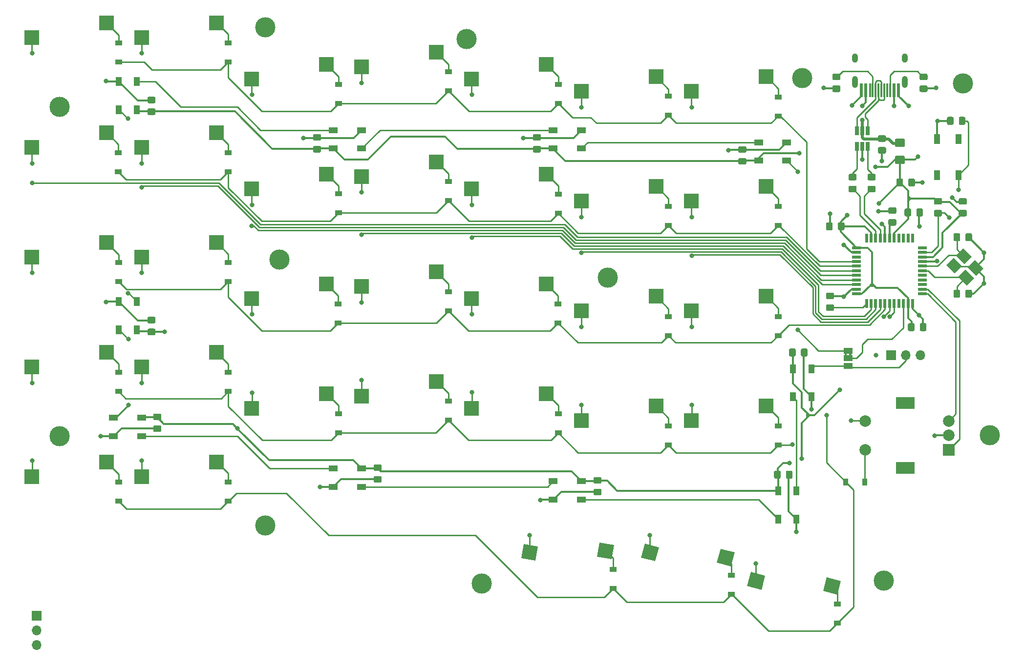
<source format=gbl>
G04 #@! TF.GenerationSoftware,KiCad,Pcbnew,(5.1.6)-1*
G04 #@! TF.CreationDate,2020-07-24T22:58:27+03:00*
G04 #@! TF.ProjectId,ergo33,6572676f-3333-42e6-9b69-6361645f7063,rev?*
G04 #@! TF.SameCoordinates,Original*
G04 #@! TF.FileFunction,Copper,L2,Bot*
G04 #@! TF.FilePolarity,Positive*
%FSLAX46Y46*%
G04 Gerber Fmt 4.6, Leading zero omitted, Abs format (unit mm)*
G04 Created by KiCad (PCBNEW (5.1.6)-1) date 2020-07-24 22:58:27*
%MOMM*%
%LPD*%
G01*
G04 APERTURE LIST*
G04 #@! TA.AperFunction,EtchedComponent*
%ADD10C,0.100000*%
G04 #@! TD*
G04 #@! TA.AperFunction,ComponentPad*
%ADD11O,1.700000X1.700000*%
G04 #@! TD*
G04 #@! TA.AperFunction,ComponentPad*
%ADD12R,1.700000X1.700000*%
G04 #@! TD*
G04 #@! TA.AperFunction,SMDPad,CuDef*
%ADD13C,0.100000*%
G04 #@! TD*
G04 #@! TA.AperFunction,ComponentPad*
%ADD14C,3.500000*%
G04 #@! TD*
G04 #@! TA.AperFunction,SMDPad,CuDef*
%ADD15R,0.650000X1.560000*%
G04 #@! TD*
G04 #@! TA.AperFunction,SMDPad,CuDef*
%ADD16R,0.600000X2.450000*%
G04 #@! TD*
G04 #@! TA.AperFunction,SMDPad,CuDef*
%ADD17R,0.300000X2.450000*%
G04 #@! TD*
G04 #@! TA.AperFunction,ComponentPad*
%ADD18O,1.000000X2.100000*%
G04 #@! TD*
G04 #@! TA.AperFunction,ComponentPad*
%ADD19O,1.000000X1.600000*%
G04 #@! TD*
G04 #@! TA.AperFunction,SMDPad,CuDef*
%ADD20R,2.550000X2.500000*%
G04 #@! TD*
G04 #@! TA.AperFunction,ComponentPad*
%ADD21C,2.000000*%
G04 #@! TD*
G04 #@! TA.AperFunction,ComponentPad*
%ADD22R,3.200000X2.000000*%
G04 #@! TD*
G04 #@! TA.AperFunction,ComponentPad*
%ADD23R,2.000000X2.000000*%
G04 #@! TD*
G04 #@! TA.AperFunction,SMDPad,CuDef*
%ADD24R,0.550000X1.500000*%
G04 #@! TD*
G04 #@! TA.AperFunction,SMDPad,CuDef*
%ADD25R,1.500000X0.550000*%
G04 #@! TD*
G04 #@! TA.AperFunction,SMDPad,CuDef*
%ADD26R,1.100000X1.800000*%
G04 #@! TD*
G04 #@! TA.AperFunction,SMDPad,CuDef*
%ADD27R,1.000000X1.500000*%
G04 #@! TD*
G04 #@! TA.AperFunction,SMDPad,CuDef*
%ADD28R,1.500000X1.000000*%
G04 #@! TD*
G04 #@! TA.AperFunction,SMDPad,CuDef*
%ADD29R,0.900000X1.200000*%
G04 #@! TD*
G04 #@! TA.AperFunction,SMDPad,CuDef*
%ADD30R,1.200000X0.900000*%
G04 #@! TD*
G04 #@! TA.AperFunction,ViaPad*
%ADD31C,0.800000*%
G04 #@! TD*
G04 #@! TA.AperFunction,Conductor*
%ADD32C,0.250000*%
G04 #@! TD*
G04 #@! TA.AperFunction,Conductor*
%ADD33C,0.375000*%
G04 #@! TD*
G04 #@! TA.AperFunction,Conductor*
%ADD34C,0.500000*%
G04 #@! TD*
G04 APERTURE END LIST*
D10*
G36*
X167100000Y-80500000D02*
G01*
X167100000Y-81000000D01*
X167500000Y-81000000D01*
X167500000Y-80500000D01*
X167100000Y-80500000D01*
G37*
G36*
X167900000Y-80500000D02*
G01*
X167900000Y-81000000D01*
X168300000Y-81000000D01*
X168300000Y-80500000D01*
X167900000Y-80500000D01*
G37*
D11*
X27110000Y-131200000D03*
X27110000Y-128660000D03*
D12*
X27110000Y-126120000D03*
G04 #@! TA.AperFunction,SMDPad,CuDef*
D13*
G36*
X191165066Y-65837968D02*
G01*
X189892274Y-67110760D01*
X188407350Y-65625836D01*
X189680142Y-64353044D01*
X191165066Y-65837968D01*
G37*
G04 #@! TD.AperFunction*
G04 #@! TA.AperFunction,SMDPad,CuDef*
G36*
X189114456Y-63787358D02*
G01*
X187841664Y-65060150D01*
X186356740Y-63575226D01*
X187629532Y-62302434D01*
X189114456Y-63787358D01*
G37*
G04 #@! TD.AperFunction*
G04 #@! TA.AperFunction,SMDPad,CuDef*
G36*
X187488110Y-65413704D02*
G01*
X186215318Y-66686496D01*
X184730394Y-65201572D01*
X186003186Y-63928780D01*
X187488110Y-65413704D01*
G37*
G04 #@! TD.AperFunction*
G04 #@! TA.AperFunction,SMDPad,CuDef*
G36*
X189538720Y-67464314D02*
G01*
X188265928Y-68737106D01*
X186781004Y-67252182D01*
X188053796Y-65979390D01*
X189538720Y-67464314D01*
G37*
G04 #@! TD.AperFunction*
G04 #@! TA.AperFunction,SMDPad,CuDef*
G36*
G01*
X176075000Y-46275000D02*
X177325000Y-46275000D01*
G75*
G02*
X177575000Y-46525000I0J-250000D01*
G01*
X177575000Y-47450000D01*
G75*
G02*
X177325000Y-47700000I-250000J0D01*
G01*
X176075000Y-47700000D01*
G75*
G02*
X175825000Y-47450000I0J250000D01*
G01*
X175825000Y-46525000D01*
G75*
G02*
X176075000Y-46275000I250000J0D01*
G01*
G37*
G04 #@! TD.AperFunction*
G04 #@! TA.AperFunction,SMDPad,CuDef*
G36*
G01*
X176075000Y-43300000D02*
X177325000Y-43300000D01*
G75*
G02*
X177575000Y-43550000I0J-250000D01*
G01*
X177575000Y-44475000D01*
G75*
G02*
X177325000Y-44725000I-250000J0D01*
G01*
X176075000Y-44725000D01*
G75*
G02*
X175825000Y-44475000I0J250000D01*
G01*
X175825000Y-43550000D01*
G75*
G02*
X176075000Y-43300000I250000J0D01*
G01*
G37*
G04 #@! TD.AperFunction*
G04 #@! TA.AperFunction,SMDPad,CuDef*
G36*
G01*
X181250001Y-33150000D02*
X180349999Y-33150000D01*
G75*
G02*
X180100000Y-32900001I0J249999D01*
G01*
X180100000Y-32249999D01*
G75*
G02*
X180349999Y-32000000I249999J0D01*
G01*
X181250001Y-32000000D01*
G75*
G02*
X181500000Y-32249999I0J-249999D01*
G01*
X181500000Y-32900001D01*
G75*
G02*
X181250001Y-33150000I-249999J0D01*
G01*
G37*
G04 #@! TD.AperFunction*
G04 #@! TA.AperFunction,SMDPad,CuDef*
G36*
G01*
X181250001Y-35200000D02*
X180349999Y-35200000D01*
G75*
G02*
X180100000Y-34950001I0J249999D01*
G01*
X180100000Y-34299999D01*
G75*
G02*
X180349999Y-34050000I249999J0D01*
G01*
X181250001Y-34050000D01*
G75*
G02*
X181500000Y-34299999I0J-249999D01*
G01*
X181500000Y-34950001D01*
G75*
G02*
X181250001Y-35200000I-249999J0D01*
G01*
G37*
G04 #@! TD.AperFunction*
G04 #@! TA.AperFunction,SMDPad,CuDef*
G36*
G01*
X166150001Y-33150000D02*
X165249999Y-33150000D01*
G75*
G02*
X165000000Y-32900001I0J249999D01*
G01*
X165000000Y-32249999D01*
G75*
G02*
X165249999Y-32000000I249999J0D01*
G01*
X166150001Y-32000000D01*
G75*
G02*
X166400000Y-32249999I0J-249999D01*
G01*
X166400000Y-32900001D01*
G75*
G02*
X166150001Y-33150000I-249999J0D01*
G01*
G37*
G04 #@! TD.AperFunction*
G04 #@! TA.AperFunction,SMDPad,CuDef*
G36*
G01*
X166150001Y-35200000D02*
X165249999Y-35200000D01*
G75*
G02*
X165000000Y-34950001I0J249999D01*
G01*
X165000000Y-34299999D01*
G75*
G02*
X165249999Y-34050000I249999J0D01*
G01*
X166150001Y-34050000D01*
G75*
G02*
X166400000Y-34299999I0J-249999D01*
G01*
X166400000Y-34950001D01*
G75*
G02*
X166150001Y-35200000I-249999J0D01*
G01*
G37*
G04 #@! TD.AperFunction*
G04 #@! TA.AperFunction,SMDPad,CuDef*
G36*
G01*
X164149999Y-72050000D02*
X165050001Y-72050000D01*
G75*
G02*
X165300000Y-72299999I0J-249999D01*
G01*
X165300000Y-72950001D01*
G75*
G02*
X165050001Y-73200000I-249999J0D01*
G01*
X164149999Y-73200000D01*
G75*
G02*
X163900000Y-72950001I0J249999D01*
G01*
X163900000Y-72299999D01*
G75*
G02*
X164149999Y-72050000I249999J0D01*
G01*
G37*
G04 #@! TD.AperFunction*
G04 #@! TA.AperFunction,SMDPad,CuDef*
G36*
G01*
X164149999Y-70000000D02*
X165050001Y-70000000D01*
G75*
G02*
X165300000Y-70249999I0J-249999D01*
G01*
X165300000Y-70900001D01*
G75*
G02*
X165050001Y-71150000I-249999J0D01*
G01*
X164149999Y-71150000D01*
G75*
G02*
X163900000Y-70900001I0J249999D01*
G01*
X163900000Y-70249999D01*
G75*
G02*
X164149999Y-70000000I249999J0D01*
G01*
G37*
G04 #@! TD.AperFunction*
G04 #@! TA.AperFunction,SMDPad,CuDef*
G36*
G01*
X172250001Y-50550000D02*
X171349999Y-50550000D01*
G75*
G02*
X171100000Y-50300001I0J249999D01*
G01*
X171100000Y-49649999D01*
G75*
G02*
X171349999Y-49400000I249999J0D01*
G01*
X172250001Y-49400000D01*
G75*
G02*
X172500000Y-49649999I0J-249999D01*
G01*
X172500000Y-50300001D01*
G75*
G02*
X172250001Y-50550000I-249999J0D01*
G01*
G37*
G04 #@! TD.AperFunction*
G04 #@! TA.AperFunction,SMDPad,CuDef*
G36*
G01*
X172250001Y-52600000D02*
X171349999Y-52600000D01*
G75*
G02*
X171100000Y-52350001I0J249999D01*
G01*
X171100000Y-51699999D01*
G75*
G02*
X171349999Y-51450000I249999J0D01*
G01*
X172250001Y-51450000D01*
G75*
G02*
X172500000Y-51699999I0J-249999D01*
G01*
X172500000Y-52350001D01*
G75*
G02*
X172250001Y-52600000I-249999J0D01*
G01*
G37*
G04 #@! TD.AperFunction*
G04 #@! TA.AperFunction,SMDPad,CuDef*
G36*
G01*
X168950001Y-50550000D02*
X168049999Y-50550000D01*
G75*
G02*
X167800000Y-50300001I0J249999D01*
G01*
X167800000Y-49649999D01*
G75*
G02*
X168049999Y-49400000I249999J0D01*
G01*
X168950001Y-49400000D01*
G75*
G02*
X169200000Y-49649999I0J-249999D01*
G01*
X169200000Y-50300001D01*
G75*
G02*
X168950001Y-50550000I-249999J0D01*
G01*
G37*
G04 #@! TD.AperFunction*
G04 #@! TA.AperFunction,SMDPad,CuDef*
G36*
G01*
X168950001Y-52600000D02*
X168049999Y-52600000D01*
G75*
G02*
X167800000Y-52350001I0J249999D01*
G01*
X167800000Y-51699999D01*
G75*
G02*
X168049999Y-51450000I249999J0D01*
G01*
X168950001Y-51450000D01*
G75*
G02*
X169200000Y-51699999I0J-249999D01*
G01*
X169200000Y-52350001D01*
G75*
G02*
X168950001Y-52600000I-249999J0D01*
G01*
G37*
G04 #@! TD.AperFunction*
G04 #@! TA.AperFunction,SMDPad,CuDef*
G36*
G01*
X183750001Y-54750000D02*
X182849999Y-54750000D01*
G75*
G02*
X182600000Y-54500001I0J249999D01*
G01*
X182600000Y-53849999D01*
G75*
G02*
X182849999Y-53600000I249999J0D01*
G01*
X183750001Y-53600000D01*
G75*
G02*
X184000000Y-53849999I0J-249999D01*
G01*
X184000000Y-54500001D01*
G75*
G02*
X183750001Y-54750000I-249999J0D01*
G01*
G37*
G04 #@! TD.AperFunction*
G04 #@! TA.AperFunction,SMDPad,CuDef*
G36*
G01*
X183750001Y-56800000D02*
X182849999Y-56800000D01*
G75*
G02*
X182600000Y-56550001I0J249999D01*
G01*
X182600000Y-55899999D01*
G75*
G02*
X182849999Y-55650000I249999J0D01*
G01*
X183750001Y-55650000D01*
G75*
G02*
X184000000Y-55899999I0J-249999D01*
G01*
X184000000Y-56550001D01*
G75*
G02*
X183750001Y-56800000I-249999J0D01*
G01*
G37*
G04 #@! TD.AperFunction*
G04 #@! TA.AperFunction,SMDPad,CuDef*
G36*
G01*
X148949999Y-46650000D02*
X149850001Y-46650000D01*
G75*
G02*
X150100000Y-46899999I0J-249999D01*
G01*
X150100000Y-47550001D01*
G75*
G02*
X149850001Y-47800000I-249999J0D01*
G01*
X148949999Y-47800000D01*
G75*
G02*
X148700000Y-47550001I0J249999D01*
G01*
X148700000Y-46899999D01*
G75*
G02*
X148949999Y-46650000I249999J0D01*
G01*
G37*
G04 #@! TD.AperFunction*
G04 #@! TA.AperFunction,SMDPad,CuDef*
G36*
G01*
X148949999Y-44600000D02*
X149850001Y-44600000D01*
G75*
G02*
X150100000Y-44849999I0J-249999D01*
G01*
X150100000Y-45500001D01*
G75*
G02*
X149850001Y-45750000I-249999J0D01*
G01*
X148949999Y-45750000D01*
G75*
G02*
X148700000Y-45500001I0J249999D01*
G01*
X148700000Y-44849999D01*
G75*
G02*
X148949999Y-44600000I249999J0D01*
G01*
G37*
G04 #@! TD.AperFunction*
G04 #@! TA.AperFunction,SMDPad,CuDef*
G36*
G01*
X174050001Y-43850000D02*
X173149999Y-43850000D01*
G75*
G02*
X172900000Y-43600001I0J249999D01*
G01*
X172900000Y-42949999D01*
G75*
G02*
X173149999Y-42700000I249999J0D01*
G01*
X174050001Y-42700000D01*
G75*
G02*
X174300000Y-42949999I0J-249999D01*
G01*
X174300000Y-43600001D01*
G75*
G02*
X174050001Y-43850000I-249999J0D01*
G01*
G37*
G04 #@! TD.AperFunction*
G04 #@! TA.AperFunction,SMDPad,CuDef*
G36*
G01*
X174050001Y-45900000D02*
X173149999Y-45900000D01*
G75*
G02*
X172900000Y-45650001I0J249999D01*
G01*
X172900000Y-44999999D01*
G75*
G02*
X173149999Y-44750000I249999J0D01*
G01*
X174050001Y-44750000D01*
G75*
G02*
X174300000Y-44999999I0J-249999D01*
G01*
X174300000Y-45650001D01*
G75*
G02*
X174050001Y-45900000I-249999J0D01*
G01*
G37*
G04 #@! TD.AperFunction*
G04 #@! TA.AperFunction,SMDPad,CuDef*
G36*
G01*
X186012500Y-39749999D02*
X186012500Y-40650001D01*
G75*
G02*
X185762501Y-40900000I-249999J0D01*
G01*
X185112499Y-40900000D01*
G75*
G02*
X184862500Y-40650001I0J249999D01*
G01*
X184862500Y-39749999D01*
G75*
G02*
X185112499Y-39500000I249999J0D01*
G01*
X185762501Y-39500000D01*
G75*
G02*
X186012500Y-39749999I0J-249999D01*
G01*
G37*
G04 #@! TD.AperFunction*
G04 #@! TA.AperFunction,SMDPad,CuDef*
G36*
G01*
X188062500Y-39749999D02*
X188062500Y-40650001D01*
G75*
G02*
X187812501Y-40900000I-249999J0D01*
G01*
X187162499Y-40900000D01*
G75*
G02*
X186912500Y-40650001I0J249999D01*
G01*
X186912500Y-39749999D01*
G75*
G02*
X187162499Y-39500000I249999J0D01*
G01*
X187812501Y-39500000D01*
G75*
G02*
X188062500Y-39749999I0J-249999D01*
G01*
G37*
G04 #@! TD.AperFunction*
G04 #@! TA.AperFunction,SMDPad,CuDef*
G36*
G01*
X175850001Y-56350000D02*
X174949999Y-56350000D01*
G75*
G02*
X174700000Y-56100001I0J249999D01*
G01*
X174700000Y-55449999D01*
G75*
G02*
X174949999Y-55200000I249999J0D01*
G01*
X175850001Y-55200000D01*
G75*
G02*
X176100000Y-55449999I0J-249999D01*
G01*
X176100000Y-56100001D01*
G75*
G02*
X175850001Y-56350000I-249999J0D01*
G01*
G37*
G04 #@! TD.AperFunction*
G04 #@! TA.AperFunction,SMDPad,CuDef*
G36*
G01*
X175850001Y-58400000D02*
X174949999Y-58400000D01*
G75*
G02*
X174700000Y-58150001I0J249999D01*
G01*
X174700000Y-57499999D01*
G75*
G02*
X174949999Y-57250000I249999J0D01*
G01*
X175850001Y-57250000D01*
G75*
G02*
X176100000Y-57499999I0J-249999D01*
G01*
X176100000Y-58150001D01*
G75*
G02*
X175850001Y-58400000I-249999J0D01*
G01*
G37*
G04 #@! TD.AperFunction*
G04 #@! TA.AperFunction,SMDPad,CuDef*
G36*
G01*
X165050000Y-58049999D02*
X165050000Y-58950001D01*
G75*
G02*
X164800001Y-59200000I-249999J0D01*
G01*
X164149999Y-59200000D01*
G75*
G02*
X163900000Y-58950001I0J249999D01*
G01*
X163900000Y-58049999D01*
G75*
G02*
X164149999Y-57800000I249999J0D01*
G01*
X164800001Y-57800000D01*
G75*
G02*
X165050000Y-58049999I0J-249999D01*
G01*
G37*
G04 #@! TD.AperFunction*
G04 #@! TA.AperFunction,SMDPad,CuDef*
G36*
G01*
X167100000Y-58049999D02*
X167100000Y-58950001D01*
G75*
G02*
X166850001Y-59200000I-249999J0D01*
G01*
X166199999Y-59200000D01*
G75*
G02*
X165950000Y-58950001I0J249999D01*
G01*
X165950000Y-58049999D01*
G75*
G02*
X166199999Y-57800000I249999J0D01*
G01*
X166850001Y-57800000D01*
G75*
G02*
X167100000Y-58049999I0J-249999D01*
G01*
G37*
G04 #@! TD.AperFunction*
G04 #@! TA.AperFunction,SMDPad,CuDef*
G36*
G01*
X179550000Y-56550001D02*
X179550000Y-55649999D01*
G75*
G02*
X179799999Y-55400000I249999J0D01*
G01*
X180450001Y-55400000D01*
G75*
G02*
X180700000Y-55649999I0J-249999D01*
G01*
X180700000Y-56550001D01*
G75*
G02*
X180450001Y-56800000I-249999J0D01*
G01*
X179799999Y-56800000D01*
G75*
G02*
X179550000Y-56550001I0J249999D01*
G01*
G37*
G04 #@! TD.AperFunction*
G04 #@! TA.AperFunction,SMDPad,CuDef*
G36*
G01*
X177500000Y-56550001D02*
X177500000Y-55649999D01*
G75*
G02*
X177749999Y-55400000I249999J0D01*
G01*
X178400001Y-55400000D01*
G75*
G02*
X178650000Y-55649999I0J-249999D01*
G01*
X178650000Y-56550001D01*
G75*
G02*
X178400001Y-56800000I-249999J0D01*
G01*
X177749999Y-56800000D01*
G75*
G02*
X177500000Y-56550001I0J249999D01*
G01*
G37*
G04 #@! TD.AperFunction*
G04 #@! TA.AperFunction,SMDPad,CuDef*
G36*
G01*
X158650000Y-79949999D02*
X158650000Y-80850001D01*
G75*
G02*
X158400001Y-81100000I-249999J0D01*
G01*
X157749999Y-81100000D01*
G75*
G02*
X157500000Y-80850001I0J249999D01*
G01*
X157500000Y-79949999D01*
G75*
G02*
X157749999Y-79700000I249999J0D01*
G01*
X158400001Y-79700000D01*
G75*
G02*
X158650000Y-79949999I0J-249999D01*
G01*
G37*
G04 #@! TD.AperFunction*
G04 #@! TA.AperFunction,SMDPad,CuDef*
G36*
G01*
X160700000Y-79949999D02*
X160700000Y-80850001D01*
G75*
G02*
X160450001Y-81100000I-249999J0D01*
G01*
X159799999Y-81100000D01*
G75*
G02*
X159550000Y-80850001I0J249999D01*
G01*
X159550000Y-79949999D01*
G75*
G02*
X159799999Y-79700000I249999J0D01*
G01*
X160450001Y-79700000D01*
G75*
G02*
X160700000Y-79949999I0J-249999D01*
G01*
G37*
G04 #@! TD.AperFunction*
G04 #@! TA.AperFunction,SMDPad,CuDef*
G36*
G01*
X156050000Y-101149999D02*
X156050000Y-102050001D01*
G75*
G02*
X155800001Y-102300000I-249999J0D01*
G01*
X155149999Y-102300000D01*
G75*
G02*
X154900000Y-102050001I0J249999D01*
G01*
X154900000Y-101149999D01*
G75*
G02*
X155149999Y-100900000I249999J0D01*
G01*
X155800001Y-100900000D01*
G75*
G02*
X156050000Y-101149999I0J-249999D01*
G01*
G37*
G04 #@! TD.AperFunction*
G04 #@! TA.AperFunction,SMDPad,CuDef*
G36*
G01*
X158100000Y-101149999D02*
X158100000Y-102050001D01*
G75*
G02*
X157850001Y-102300000I-249999J0D01*
G01*
X157199999Y-102300000D01*
G75*
G02*
X156950000Y-102050001I0J249999D01*
G01*
X156950000Y-101149999D01*
G75*
G02*
X157199999Y-100900000I249999J0D01*
G01*
X157850001Y-100900000D01*
G75*
G02*
X158100000Y-101149999I0J-249999D01*
G01*
G37*
G04 #@! TD.AperFunction*
G04 #@! TA.AperFunction,SMDPad,CuDef*
G36*
G01*
X124750001Y-103150000D02*
X123849999Y-103150000D01*
G75*
G02*
X123600000Y-102900001I0J249999D01*
G01*
X123600000Y-102249999D01*
G75*
G02*
X123849999Y-102000000I249999J0D01*
G01*
X124750001Y-102000000D01*
G75*
G02*
X125000000Y-102249999I0J-249999D01*
G01*
X125000000Y-102900001D01*
G75*
G02*
X124750001Y-103150000I-249999J0D01*
G01*
G37*
G04 #@! TD.AperFunction*
G04 #@! TA.AperFunction,SMDPad,CuDef*
G36*
G01*
X124750001Y-105200000D02*
X123849999Y-105200000D01*
G75*
G02*
X123600000Y-104950001I0J249999D01*
G01*
X123600000Y-104299999D01*
G75*
G02*
X123849999Y-104050000I249999J0D01*
G01*
X124750001Y-104050000D01*
G75*
G02*
X125000000Y-104299999I0J-249999D01*
G01*
X125000000Y-104950001D01*
G75*
G02*
X124750001Y-105200000I-249999J0D01*
G01*
G37*
G04 #@! TD.AperFunction*
G04 #@! TA.AperFunction,SMDPad,CuDef*
G36*
G01*
X86650001Y-100950000D02*
X85749999Y-100950000D01*
G75*
G02*
X85500000Y-100700001I0J249999D01*
G01*
X85500000Y-100049999D01*
G75*
G02*
X85749999Y-99800000I249999J0D01*
G01*
X86650001Y-99800000D01*
G75*
G02*
X86900000Y-100049999I0J-249999D01*
G01*
X86900000Y-100700001D01*
G75*
G02*
X86650001Y-100950000I-249999J0D01*
G01*
G37*
G04 #@! TD.AperFunction*
G04 #@! TA.AperFunction,SMDPad,CuDef*
G36*
G01*
X86650001Y-103000000D02*
X85749999Y-103000000D01*
G75*
G02*
X85500000Y-102750001I0J249999D01*
G01*
X85500000Y-102099999D01*
G75*
G02*
X85749999Y-101850000I249999J0D01*
G01*
X86650001Y-101850000D01*
G75*
G02*
X86900000Y-102099999I0J-249999D01*
G01*
X86900000Y-102750001D01*
G75*
G02*
X86650001Y-103000000I-249999J0D01*
G01*
G37*
G04 #@! TD.AperFunction*
G04 #@! TA.AperFunction,SMDPad,CuDef*
G36*
G01*
X48450001Y-92150000D02*
X47549999Y-92150000D01*
G75*
G02*
X47300000Y-91900001I0J249999D01*
G01*
X47300000Y-91249999D01*
G75*
G02*
X47549999Y-91000000I249999J0D01*
G01*
X48450001Y-91000000D01*
G75*
G02*
X48700000Y-91249999I0J-249999D01*
G01*
X48700000Y-91900001D01*
G75*
G02*
X48450001Y-92150000I-249999J0D01*
G01*
G37*
G04 #@! TD.AperFunction*
G04 #@! TA.AperFunction,SMDPad,CuDef*
G36*
G01*
X48450001Y-94200000D02*
X47549999Y-94200000D01*
G75*
G02*
X47300000Y-93950001I0J249999D01*
G01*
X47300000Y-93299999D01*
G75*
G02*
X47549999Y-93050000I249999J0D01*
G01*
X48450001Y-93050000D01*
G75*
G02*
X48700000Y-93299999I0J-249999D01*
G01*
X48700000Y-93950001D01*
G75*
G02*
X48450001Y-94200000I-249999J0D01*
G01*
G37*
G04 #@! TD.AperFunction*
G04 #@! TA.AperFunction,SMDPad,CuDef*
G36*
G01*
X46549999Y-76250000D02*
X47450001Y-76250000D01*
G75*
G02*
X47700000Y-76499999I0J-249999D01*
G01*
X47700000Y-77150001D01*
G75*
G02*
X47450001Y-77400000I-249999J0D01*
G01*
X46549999Y-77400000D01*
G75*
G02*
X46300000Y-77150001I0J249999D01*
G01*
X46300000Y-76499999D01*
G75*
G02*
X46549999Y-76250000I249999J0D01*
G01*
G37*
G04 #@! TD.AperFunction*
G04 #@! TA.AperFunction,SMDPad,CuDef*
G36*
G01*
X46549999Y-74200000D02*
X47450001Y-74200000D01*
G75*
G02*
X47700000Y-74449999I0J-249999D01*
G01*
X47700000Y-75100001D01*
G75*
G02*
X47450001Y-75350000I-249999J0D01*
G01*
X46549999Y-75350000D01*
G75*
G02*
X46300000Y-75100001I0J249999D01*
G01*
X46300000Y-74449999D01*
G75*
G02*
X46549999Y-74200000I249999J0D01*
G01*
G37*
G04 #@! TD.AperFunction*
G04 #@! TA.AperFunction,SMDPad,CuDef*
G36*
G01*
X46549999Y-38050000D02*
X47450001Y-38050000D01*
G75*
G02*
X47700000Y-38299999I0J-249999D01*
G01*
X47700000Y-38950001D01*
G75*
G02*
X47450001Y-39200000I-249999J0D01*
G01*
X46549999Y-39200000D01*
G75*
G02*
X46300000Y-38950001I0J249999D01*
G01*
X46300000Y-38299999D01*
G75*
G02*
X46549999Y-38050000I249999J0D01*
G01*
G37*
G04 #@! TD.AperFunction*
G04 #@! TA.AperFunction,SMDPad,CuDef*
G36*
G01*
X46549999Y-36000000D02*
X47450001Y-36000000D01*
G75*
G02*
X47700000Y-36249999I0J-249999D01*
G01*
X47700000Y-36900001D01*
G75*
G02*
X47450001Y-37150000I-249999J0D01*
G01*
X46549999Y-37150000D01*
G75*
G02*
X46300000Y-36900001I0J249999D01*
G01*
X46300000Y-36249999D01*
G75*
G02*
X46549999Y-36000000I249999J0D01*
G01*
G37*
G04 #@! TD.AperFunction*
G04 #@! TA.AperFunction,SMDPad,CuDef*
G36*
G01*
X75249999Y-44550000D02*
X76150001Y-44550000D01*
G75*
G02*
X76400000Y-44799999I0J-249999D01*
G01*
X76400000Y-45450001D01*
G75*
G02*
X76150001Y-45700000I-249999J0D01*
G01*
X75249999Y-45700000D01*
G75*
G02*
X75000000Y-45450001I0J249999D01*
G01*
X75000000Y-44799999D01*
G75*
G02*
X75249999Y-44550000I249999J0D01*
G01*
G37*
G04 #@! TD.AperFunction*
G04 #@! TA.AperFunction,SMDPad,CuDef*
G36*
G01*
X75249999Y-42500000D02*
X76150001Y-42500000D01*
G75*
G02*
X76400000Y-42749999I0J-249999D01*
G01*
X76400000Y-43400001D01*
G75*
G02*
X76150001Y-43650000I-249999J0D01*
G01*
X75249999Y-43650000D01*
G75*
G02*
X75000000Y-43400001I0J249999D01*
G01*
X75000000Y-42749999D01*
G75*
G02*
X75249999Y-42500000I249999J0D01*
G01*
G37*
G04 #@! TD.AperFunction*
G04 #@! TA.AperFunction,SMDPad,CuDef*
G36*
G01*
X113349999Y-44550000D02*
X114250001Y-44550000D01*
G75*
G02*
X114500000Y-44799999I0J-249999D01*
G01*
X114500000Y-45450001D01*
G75*
G02*
X114250001Y-45700000I-249999J0D01*
G01*
X113349999Y-45700000D01*
G75*
G02*
X113100000Y-45450001I0J249999D01*
G01*
X113100000Y-44799999D01*
G75*
G02*
X113349999Y-44550000I249999J0D01*
G01*
G37*
G04 #@! TD.AperFunction*
G04 #@! TA.AperFunction,SMDPad,CuDef*
G36*
G01*
X113349999Y-42500000D02*
X114250001Y-42500000D01*
G75*
G02*
X114500000Y-42749999I0J-249999D01*
G01*
X114500000Y-43400001D01*
G75*
G02*
X114250001Y-43650000I-249999J0D01*
G01*
X113349999Y-43650000D01*
G75*
G02*
X113100000Y-43400001I0J249999D01*
G01*
X113100000Y-42749999D01*
G75*
G02*
X113349999Y-42500000I249999J0D01*
G01*
G37*
G04 #@! TD.AperFunction*
G04 #@! TA.AperFunction,SMDPad,CuDef*
G36*
G01*
X178150000Y-51350001D02*
X178150000Y-50449999D01*
G75*
G02*
X178399999Y-50200000I249999J0D01*
G01*
X179050001Y-50200000D01*
G75*
G02*
X179300000Y-50449999I0J-249999D01*
G01*
X179300000Y-51350001D01*
G75*
G02*
X179050001Y-51600000I-249999J0D01*
G01*
X178399999Y-51600000D01*
G75*
G02*
X178150000Y-51350001I0J249999D01*
G01*
G37*
G04 #@! TD.AperFunction*
G04 #@! TA.AperFunction,SMDPad,CuDef*
G36*
G01*
X176100000Y-51350001D02*
X176100000Y-50449999D01*
G75*
G02*
X176349999Y-50200000I249999J0D01*
G01*
X177000001Y-50200000D01*
G75*
G02*
X177250000Y-50449999I0J-249999D01*
G01*
X177250000Y-51350001D01*
G75*
G02*
X177000001Y-51600000I-249999J0D01*
G01*
X176349999Y-51600000D01*
G75*
G02*
X176100000Y-51350001I0J249999D01*
G01*
G37*
G04 #@! TD.AperFunction*
G04 #@! TA.AperFunction,SMDPad,CuDef*
G36*
G01*
X180150000Y-76450001D02*
X180150000Y-75549999D01*
G75*
G02*
X180399999Y-75300000I249999J0D01*
G01*
X181050001Y-75300000D01*
G75*
G02*
X181300000Y-75549999I0J-249999D01*
G01*
X181300000Y-76450001D01*
G75*
G02*
X181050001Y-76700000I-249999J0D01*
G01*
X180399999Y-76700000D01*
G75*
G02*
X180150000Y-76450001I0J249999D01*
G01*
G37*
G04 #@! TD.AperFunction*
G04 #@! TA.AperFunction,SMDPad,CuDef*
G36*
G01*
X178100000Y-76450001D02*
X178100000Y-75549999D01*
G75*
G02*
X178349999Y-75300000I249999J0D01*
G01*
X179000001Y-75300000D01*
G75*
G02*
X179250000Y-75549999I0J-249999D01*
G01*
X179250000Y-76450001D01*
G75*
G02*
X179000001Y-76700000I-249999J0D01*
G01*
X178349999Y-76700000D01*
G75*
G02*
X178100000Y-76450001I0J249999D01*
G01*
G37*
G04 #@! TD.AperFunction*
G04 #@! TA.AperFunction,SMDPad,CuDef*
G36*
G01*
X188050001Y-54750000D02*
X187149999Y-54750000D01*
G75*
G02*
X186900000Y-54500001I0J249999D01*
G01*
X186900000Y-53849999D01*
G75*
G02*
X187149999Y-53600000I249999J0D01*
G01*
X188050001Y-53600000D01*
G75*
G02*
X188300000Y-53849999I0J-249999D01*
G01*
X188300000Y-54500001D01*
G75*
G02*
X188050001Y-54750000I-249999J0D01*
G01*
G37*
G04 #@! TD.AperFunction*
G04 #@! TA.AperFunction,SMDPad,CuDef*
G36*
G01*
X188050001Y-56800000D02*
X187149999Y-56800000D01*
G75*
G02*
X186900000Y-56550001I0J249999D01*
G01*
X186900000Y-55899999D01*
G75*
G02*
X187149999Y-55650000I249999J0D01*
G01*
X188050001Y-55650000D01*
G75*
G02*
X188300000Y-55899999I0J-249999D01*
G01*
X188300000Y-56550001D01*
G75*
G02*
X188050001Y-56800000I-249999J0D01*
G01*
G37*
G04 #@! TD.AperFunction*
G04 #@! TA.AperFunction,SMDPad,CuDef*
G36*
G01*
X187150000Y-59949999D02*
X187150000Y-60850001D01*
G75*
G02*
X186900001Y-61100000I-249999J0D01*
G01*
X186249999Y-61100000D01*
G75*
G02*
X186000000Y-60850001I0J249999D01*
G01*
X186000000Y-59949999D01*
G75*
G02*
X186249999Y-59700000I249999J0D01*
G01*
X186900001Y-59700000D01*
G75*
G02*
X187150000Y-59949999I0J-249999D01*
G01*
G37*
G04 #@! TD.AperFunction*
G04 #@! TA.AperFunction,SMDPad,CuDef*
G36*
G01*
X189200000Y-59949999D02*
X189200000Y-60850001D01*
G75*
G02*
X188950001Y-61100000I-249999J0D01*
G01*
X188299999Y-61100000D01*
G75*
G02*
X188050000Y-60850001I0J249999D01*
G01*
X188050000Y-59949999D01*
G75*
G02*
X188299999Y-59700000I249999J0D01*
G01*
X188950001Y-59700000D01*
G75*
G02*
X189200000Y-59949999I0J-249999D01*
G01*
G37*
G04 #@! TD.AperFunction*
G04 #@! TA.AperFunction,SMDPad,CuDef*
G36*
G01*
X187150000Y-69749999D02*
X187150000Y-70650001D01*
G75*
G02*
X186900001Y-70900000I-249999J0D01*
G01*
X186249999Y-70900000D01*
G75*
G02*
X186000000Y-70650001I0J249999D01*
G01*
X186000000Y-69749999D01*
G75*
G02*
X186249999Y-69500000I249999J0D01*
G01*
X186900001Y-69500000D01*
G75*
G02*
X187150000Y-69749999I0J-249999D01*
G01*
G37*
G04 #@! TD.AperFunction*
G04 #@! TA.AperFunction,SMDPad,CuDef*
G36*
G01*
X189200000Y-69749999D02*
X189200000Y-70650001D01*
G75*
G02*
X188950001Y-70900000I-249999J0D01*
G01*
X188299999Y-70900000D01*
G75*
G02*
X188050000Y-70650001I0J249999D01*
G01*
X188050000Y-69749999D01*
G75*
G02*
X188299999Y-69500000I249999J0D01*
G01*
X188950001Y-69500000D01*
G75*
G02*
X189200000Y-69749999I0J-249999D01*
G01*
G37*
G04 #@! TD.AperFunction*
D14*
X159800000Y-32800000D03*
X126100000Y-67400000D03*
X101600000Y-26000000D03*
X66700000Y-24000000D03*
X69200000Y-64300000D03*
X31100000Y-37800000D03*
X31050000Y-94950000D03*
X66700000Y-110400000D03*
X104200000Y-120500000D03*
X173900000Y-120000000D03*
X192250000Y-94790000D03*
X187600000Y-33700000D03*
D15*
X170200000Y-41950000D03*
X171150000Y-41950000D03*
X169250000Y-41950000D03*
X169250000Y-44650000D03*
X170200000Y-44650000D03*
X171150000Y-44650000D03*
D16*
X176479999Y-34895000D03*
X170029999Y-34895000D03*
X175704999Y-34895000D03*
X170804999Y-34895000D03*
D17*
X171504999Y-34895000D03*
X175004999Y-34895000D03*
X172004999Y-34895000D03*
X174504999Y-34895000D03*
X172504999Y-34895000D03*
X174004999Y-34895000D03*
X173504999Y-34895000D03*
X173004999Y-34895000D03*
D18*
X168934999Y-33480000D03*
X177574999Y-33480000D03*
D19*
X168934999Y-29300000D03*
X177574999Y-29300000D03*
D20*
X140552500Y-54147500D03*
X153479500Y-51607500D03*
X45302500Y-44797500D03*
X58229500Y-42257500D03*
X102452500Y-51997500D03*
X115379500Y-49457500D03*
X64352500Y-71047500D03*
X77279500Y-68507500D03*
D21*
X170667500Y-92291250D03*
X170667500Y-97291250D03*
D22*
X177667500Y-89191250D03*
X177667500Y-100391250D03*
D21*
X185167500Y-92291250D03*
X185167500Y-94791250D03*
D23*
X185167500Y-97291250D03*
D24*
X170912500Y-60511250D03*
X171712500Y-60511250D03*
X172512500Y-60511250D03*
X173312500Y-60511250D03*
X174112500Y-60511250D03*
X174912500Y-60511250D03*
X175712500Y-60511250D03*
X176512500Y-60511250D03*
X177312500Y-60511250D03*
X178112500Y-60511250D03*
X178912500Y-60511250D03*
D25*
X180612500Y-62211250D03*
X180612500Y-63011250D03*
X180612500Y-63811250D03*
X180612500Y-64611250D03*
X180612500Y-65411250D03*
X180612500Y-66211250D03*
X180612500Y-67011250D03*
X180612500Y-67811250D03*
X180612500Y-68611250D03*
X180612500Y-69411250D03*
X180612500Y-70211250D03*
D24*
X178912500Y-71911250D03*
X178112500Y-71911250D03*
X177312500Y-71911250D03*
X176512500Y-71911250D03*
X175712500Y-71911250D03*
X174912500Y-71911250D03*
X174112500Y-71911250D03*
X173312500Y-71911250D03*
X172512500Y-71911250D03*
X171712500Y-71911250D03*
X170912500Y-71911250D03*
D25*
X169212500Y-70211250D03*
X169212500Y-69411250D03*
X169212500Y-68611250D03*
X169212500Y-67811250D03*
X169212500Y-67011250D03*
X169212500Y-66211250D03*
X169212500Y-65411250D03*
X169212500Y-64611250D03*
X169212500Y-63811250D03*
X169212500Y-63011250D03*
X169212500Y-62211250D03*
D26*
X183150000Y-43400000D03*
X186850000Y-49600000D03*
X186850000Y-43400000D03*
X183150000Y-49600000D03*
G04 #@! TA.AperFunction,SMDPad,CuDef*
D13*
G36*
X150242487Y-120908978D02*
G01*
X150889534Y-118494163D01*
X153352645Y-119154152D01*
X152705598Y-121568967D01*
X150242487Y-120908978D01*
G37*
G04 #@! TD.AperFunction*
G04 #@! TA.AperFunction,SMDPad,CuDef*
G36*
X163386410Y-121801281D02*
G01*
X164033457Y-119386466D01*
X166496568Y-120046455D01*
X165849521Y-122461270D01*
X163386410Y-121801281D01*
G37*
G04 #@! TD.AperFunction*
G04 #@! TA.AperFunction,SMDPad,CuDef*
G36*
X131842487Y-115977728D02*
G01*
X132489534Y-113562913D01*
X134952645Y-114222902D01*
X134305598Y-116637717D01*
X131842487Y-115977728D01*
G37*
G04 #@! TD.AperFunction*
G04 #@! TA.AperFunction,SMDPad,CuDef*
G36*
X144986410Y-116870031D02*
G01*
X145633457Y-114455216D01*
X148096568Y-115115205D01*
X147449521Y-117530020D01*
X144986410Y-116870031D01*
G37*
G04 #@! TD.AperFunction*
G04 #@! TA.AperFunction,SMDPad,CuDef*
G36*
X111053513Y-116065399D02*
G01*
X111487633Y-113603380D01*
X113998893Y-114046183D01*
X113564773Y-116508202D01*
X111053513Y-116065399D01*
G37*
G04 #@! TD.AperFunction*
G04 #@! TA.AperFunction,SMDPad,CuDef*
G36*
X124225190Y-115808737D02*
G01*
X124659310Y-113346718D01*
X127170570Y-113789521D01*
X126736450Y-116251540D01*
X124225190Y-115808737D01*
G37*
G04 #@! TD.AperFunction*
D20*
X45302500Y-101947500D03*
X58229500Y-99407500D03*
X26252500Y-101947500D03*
X39179500Y-99407500D03*
X140552500Y-92247500D03*
X153479500Y-89707500D03*
X121502500Y-92247500D03*
X134429500Y-89707500D03*
X102452500Y-90097500D03*
X115379500Y-87557500D03*
X83402500Y-87947500D03*
X96329500Y-85407500D03*
X64352500Y-90097500D03*
X77279500Y-87557500D03*
X45302500Y-82897500D03*
X58229500Y-80357500D03*
X26252500Y-82897500D03*
X39179500Y-80357500D03*
X140552500Y-73197500D03*
X153479500Y-70657500D03*
X121502500Y-73197500D03*
X134429500Y-70657500D03*
X102452500Y-71047500D03*
X115379500Y-68507500D03*
X83402500Y-68897500D03*
X96329500Y-66357500D03*
X45302500Y-63847500D03*
X58229500Y-61307500D03*
X26252500Y-63847500D03*
X39179500Y-61307500D03*
X121502500Y-54147500D03*
X134429500Y-51607500D03*
X83402500Y-49847500D03*
X96329500Y-47307500D03*
X64352500Y-51997500D03*
X77279500Y-49457500D03*
X26252500Y-44797500D03*
X39179500Y-42257500D03*
X140552500Y-35097500D03*
X153479500Y-32557500D03*
X121502500Y-35097500D03*
X134429500Y-32557500D03*
X102452500Y-32947500D03*
X115379500Y-30407500D03*
X83402500Y-30797500D03*
X96329500Y-28257500D03*
X64352500Y-32947500D03*
X77279500Y-30407500D03*
X45302500Y-25747500D03*
X58229500Y-23207500D03*
X26252500Y-25747500D03*
X39179500Y-23207500D03*
D27*
X158200000Y-83207000D03*
X161400000Y-83207000D03*
X158200000Y-88107000D03*
X161400000Y-88107000D03*
X155600000Y-104381250D03*
X158800000Y-104381250D03*
X155600000Y-109281250D03*
X158800000Y-109281250D03*
D28*
X121512500Y-102737500D03*
X121512500Y-105937500D03*
X116612500Y-102737500D03*
X116612500Y-105937500D03*
X83387500Y-100500000D03*
X83387500Y-103700000D03*
X78487500Y-100500000D03*
X78487500Y-103700000D03*
X45312500Y-91700000D03*
X45312500Y-94900000D03*
X40412500Y-91700000D03*
X40412500Y-94900000D03*
D27*
X44500000Y-76450000D03*
X41300000Y-76450000D03*
X44500000Y-71550000D03*
X41300000Y-71550000D03*
X44500000Y-38250000D03*
X41300000Y-38250000D03*
X44500000Y-33350000D03*
X41300000Y-33350000D03*
D28*
X78512500Y-45000000D03*
X78512500Y-41800000D03*
X83412500Y-45000000D03*
X83412500Y-41800000D03*
X116612500Y-45000000D03*
X116612500Y-41800000D03*
X121512500Y-45000000D03*
X121512500Y-41800000D03*
X152200000Y-47118750D03*
X152200000Y-43918750D03*
X157100000Y-47118750D03*
X157100000Y-43918750D03*
X167700000Y-80100000D03*
X167700000Y-82700000D03*
X167700000Y-81400000D03*
D12*
X175142500Y-80900000D03*
D11*
X177682500Y-80900000D03*
X180222500Y-80900000D03*
D29*
X170650000Y-102900000D03*
X167350000Y-102900000D03*
D30*
X165900000Y-124050000D03*
X165900000Y-127350000D03*
X147500000Y-119050000D03*
X147500000Y-122350000D03*
X127000000Y-118050000D03*
X127000000Y-121350000D03*
X60300000Y-102850000D03*
X60300000Y-106150000D03*
X41300000Y-102850000D03*
X41300000Y-106150000D03*
X155600000Y-93150000D03*
X155600000Y-96450000D03*
X136600000Y-93150000D03*
X136600000Y-96450000D03*
X117500000Y-91050000D03*
X117500000Y-94350000D03*
X98500000Y-88850000D03*
X98500000Y-92150000D03*
X79400000Y-91050000D03*
X79400000Y-94350000D03*
X60325000Y-83850000D03*
X60325000Y-87150000D03*
X41300000Y-83850000D03*
X41300000Y-87150000D03*
X155600000Y-74150000D03*
X155600000Y-77450000D03*
X136600000Y-74150000D03*
X136600000Y-77450000D03*
X117475000Y-71950000D03*
X117475000Y-75250000D03*
X98500000Y-69850000D03*
X98500000Y-73150000D03*
X79375000Y-71950000D03*
X79375000Y-75250000D03*
X60325000Y-64750000D03*
X60325000Y-68050000D03*
X41300000Y-64750000D03*
X41300000Y-68050000D03*
X155600000Y-55050000D03*
X155600000Y-58350000D03*
X136600000Y-55050000D03*
X136600000Y-58350000D03*
X117500000Y-52950000D03*
X117500000Y-56250000D03*
X98500000Y-50750000D03*
X98500000Y-54050000D03*
X79400000Y-52850000D03*
X79400000Y-56150000D03*
X60325000Y-45750000D03*
X60325000Y-49050000D03*
X41275000Y-49050000D03*
X41275000Y-45750000D03*
X155600000Y-36050000D03*
X155600000Y-39350000D03*
X136600000Y-35950000D03*
X136600000Y-39250000D03*
X117500000Y-33850000D03*
X117500000Y-37150000D03*
X98500000Y-31650000D03*
X98500000Y-34950000D03*
X79400000Y-33850000D03*
X79400000Y-37150000D03*
X60300000Y-26650000D03*
X60300000Y-29950000D03*
X41300000Y-26650000D03*
X41300000Y-29950000D03*
D31*
X167000000Y-61700000D03*
X167000000Y-70700000D03*
X173600000Y-58100000D03*
X173000000Y-55900000D03*
X180100000Y-58500000D03*
X183100000Y-64500000D03*
X180000000Y-73900000D03*
X147000000Y-45300000D03*
X111400000Y-43200000D03*
X39100000Y-33300000D03*
X39100000Y-71600000D03*
X73300000Y-43200000D03*
X38200000Y-94900000D03*
X76200000Y-103700000D03*
X158800000Y-111500000D03*
X161400000Y-90300000D03*
X114400000Y-106000000D03*
X164600000Y-56300000D03*
X185800000Y-53500000D03*
X182700000Y-94800000D03*
X183200000Y-40200000D03*
X163500000Y-34500000D03*
X183000000Y-34500000D03*
X173600000Y-47200000D03*
X170200000Y-46900000D03*
X180600000Y-50900000D03*
X191300000Y-63100000D03*
X191300000Y-68400000D03*
X178200000Y-37600000D03*
X168400000Y-37500000D03*
X172600000Y-80900000D03*
X159300000Y-45800000D03*
X61900000Y-93600000D03*
X49300000Y-76800000D03*
X157600000Y-99600000D03*
X173100000Y-54500000D03*
X179800000Y-46400000D03*
X172500000Y-48200000D03*
X167600000Y-56600000D03*
X159700000Y-98800000D03*
X166300000Y-86900000D03*
X158075000Y-96400000D03*
X173874528Y-74174528D03*
X164013711Y-91302448D03*
X174900000Y-74200000D03*
X42900000Y-39800000D03*
X42900000Y-70125000D03*
X43000000Y-78100000D03*
X43000000Y-89500000D03*
X26300000Y-28500000D03*
X26300000Y-99200000D03*
X26300000Y-47600000D03*
X26300000Y-85700000D03*
X26300000Y-66600000D03*
X26300000Y-51000000D03*
X45300000Y-85700000D03*
X45300000Y-28500000D03*
X45300000Y-47600000D03*
X45300000Y-66600000D03*
X45300000Y-99200000D03*
X45300000Y-51725000D03*
X64400000Y-35700000D03*
X64400000Y-87400000D03*
X64400000Y-54800000D03*
X64400000Y-73800000D03*
X64387347Y-58412653D03*
X83400000Y-33600000D03*
X83400000Y-85200000D03*
X83400000Y-52600000D03*
X83400000Y-71700000D03*
X112500000Y-112100000D03*
X83400000Y-59925000D03*
X102500000Y-35700000D03*
X102500000Y-87300000D03*
X102500000Y-54800000D03*
X102500000Y-73800000D03*
X133400000Y-112100000D03*
X102500000Y-60425000D03*
X121500000Y-37900000D03*
X121500000Y-89500000D03*
X121500000Y-56900000D03*
X121500000Y-76000000D03*
X151700000Y-117000000D03*
X121500000Y-63125000D03*
X140600000Y-37900000D03*
X140600000Y-89500000D03*
X140600000Y-76000000D03*
X140600000Y-56900000D03*
X168200000Y-92200000D03*
X140600000Y-63625000D03*
X159000000Y-49000000D03*
X159000000Y-76500000D03*
X185300000Y-57000000D03*
X186900000Y-52200000D03*
X170200000Y-40100000D03*
X170200000Y-37600000D03*
X175700000Y-37600000D03*
D32*
X186700000Y-70162500D02*
X186662500Y-70200000D01*
X186575000Y-68943110D02*
X188159862Y-67358248D01*
X186575000Y-70200000D02*
X186575000Y-68943110D01*
X182759498Y-67358248D02*
X188159862Y-67358248D01*
X181612500Y-66211250D02*
X182759498Y-67358248D01*
X180612500Y-66211250D02*
X181612500Y-66211250D01*
D33*
X186568871Y-65342994D02*
X186712059Y-65486181D01*
X180637500Y-76000000D02*
X180700000Y-76000000D01*
X174112500Y-60511250D02*
X174112500Y-58612500D01*
X174112500Y-58612500D02*
X173600000Y-58100000D01*
X175400000Y-55862500D02*
X173037500Y-55862500D01*
X173037500Y-55862500D02*
X173000000Y-55900000D01*
X180037500Y-56100000D02*
X180037500Y-58437500D01*
X180037500Y-58437500D02*
X180100000Y-58500000D01*
X180612500Y-64611250D02*
X182988750Y-64611250D01*
X182988750Y-64611250D02*
X183100000Y-64500000D01*
X188537500Y-70200000D02*
X188600000Y-70200000D01*
X178912500Y-71911250D02*
X178912500Y-72812500D01*
X178912500Y-72812500D02*
X180000000Y-73900000D01*
X180000000Y-73900000D02*
X180700000Y-74600000D01*
X180700000Y-75937500D02*
X180637500Y-76000000D01*
X180700000Y-74600000D02*
X180700000Y-75937500D01*
X168288750Y-69411250D02*
X169212500Y-69411250D01*
X167000000Y-70700000D02*
X168288750Y-69411250D01*
X168311250Y-63011250D02*
X169212500Y-63011250D01*
X167000000Y-61700000D02*
X168311250Y-63011250D01*
X82050000Y-43162500D02*
X83412500Y-41800000D01*
X75700000Y-43162500D02*
X82050000Y-43162500D01*
X120150000Y-43162500D02*
X121512500Y-41800000D01*
X113800000Y-43162500D02*
X120150000Y-43162500D01*
X155756250Y-45262500D02*
X157100000Y-43918750D01*
X149400000Y-45262500D02*
X155756250Y-45262500D01*
X44612500Y-36662500D02*
X41300000Y-33350000D01*
X47000000Y-36662500D02*
X44612500Y-36662500D01*
X149400000Y-45262500D02*
X147037500Y-45262500D01*
X147037500Y-45262500D02*
X147000000Y-45300000D01*
X113800000Y-43162500D02*
X111437500Y-43162500D01*
X111437500Y-43162500D02*
X111400000Y-43200000D01*
X41300000Y-33350000D02*
X39150000Y-33350000D01*
X39150000Y-33350000D02*
X39100000Y-33300000D01*
X44612500Y-74862500D02*
X41300000Y-71550000D01*
X47000000Y-74862500D02*
X44612500Y-74862500D01*
X41300000Y-71550000D02*
X39150000Y-71550000D01*
X39150000Y-71550000D02*
X39100000Y-71600000D01*
X75700000Y-43162500D02*
X73337500Y-43162500D01*
X73337500Y-43162500D02*
X73300000Y-43200000D01*
X40412500Y-94900000D02*
X40500000Y-94900000D01*
X41862500Y-93537500D02*
X48000000Y-93537500D01*
X40500000Y-94900000D02*
X41862500Y-93537500D01*
X40412500Y-94900000D02*
X38200000Y-94900000D01*
X78487500Y-103700000D02*
X78500000Y-103700000D01*
X79862500Y-102337500D02*
X86200000Y-102337500D01*
X78500000Y-103700000D02*
X79862500Y-102337500D01*
X78487500Y-103700000D02*
X76200000Y-103700000D01*
X116612500Y-105937500D02*
X116662500Y-105937500D01*
X118062500Y-104537500D02*
X124300000Y-104537500D01*
X116662500Y-105937500D02*
X118062500Y-104537500D01*
X158800000Y-109281250D02*
X158781250Y-109281250D01*
X157437500Y-107937500D02*
X157437500Y-101600000D01*
X158781250Y-109281250D02*
X157437500Y-107937500D01*
X158800000Y-109281250D02*
X158800000Y-111500000D01*
X161400000Y-88107000D02*
X161400000Y-88100000D01*
X160037500Y-86737500D02*
X160037500Y-80400000D01*
X161400000Y-88100000D02*
X160037500Y-86737500D01*
X161400000Y-88107000D02*
X161400000Y-90300000D01*
X116612500Y-105937500D02*
X114462500Y-105937500D01*
X114462500Y-105937500D02*
X114400000Y-106000000D01*
X164562500Y-58500000D02*
X164562500Y-56337500D01*
X164562500Y-56337500D02*
X164600000Y-56300000D01*
X187600000Y-54262500D02*
X186562500Y-54262500D01*
X186562500Y-54262500D02*
X185800000Y-53500000D01*
X185167500Y-94791250D02*
X182708750Y-94791250D01*
X182708750Y-94791250D02*
X182700000Y-94800000D01*
X183150000Y-43400000D02*
X183150000Y-40250000D01*
X183150000Y-40250000D02*
X183200000Y-40200000D01*
X183200000Y-40200000D02*
X185525000Y-40200000D01*
X166962500Y-70662500D02*
X167000000Y-70700000D01*
X164600000Y-70662500D02*
X166962500Y-70662500D01*
X165700000Y-34537500D02*
X163537500Y-34537500D01*
X163537500Y-34537500D02*
X163500000Y-34500000D01*
X180800000Y-34537500D02*
X182962500Y-34537500D01*
X182962500Y-34537500D02*
X183000000Y-34500000D01*
X173600000Y-45237500D02*
X173600000Y-47200000D01*
X170200000Y-44650000D02*
X170200000Y-46900000D01*
X178637500Y-50900000D02*
X180600000Y-50900000D01*
D32*
X186186774Y-65500000D02*
X189441080Y-65500000D01*
D33*
X189786208Y-65731902D02*
X191300000Y-64218110D01*
X191300000Y-63075000D02*
X188625000Y-60400000D01*
X191300000Y-64218110D02*
X191300000Y-63100000D01*
X189786208Y-65731902D02*
X191300000Y-67245694D01*
X191300000Y-67245694D02*
X191300000Y-68400000D01*
X189500000Y-70200000D02*
X188625000Y-70200000D01*
X191300000Y-68400000D02*
X191300000Y-68400000D01*
X191300000Y-63100000D02*
X191300000Y-63075000D01*
X191300000Y-68400000D02*
X189500000Y-70200000D01*
X176479999Y-34895000D02*
X176479999Y-35879999D01*
X176479999Y-35879999D02*
X178200000Y-37600000D01*
X170029999Y-34895000D02*
X170029999Y-35870001D01*
X170029999Y-35870001D02*
X168400000Y-37500000D01*
D32*
X187770953Y-64140912D02*
X187275978Y-63645937D01*
X186575000Y-62520694D02*
X187735598Y-63681292D01*
X186575000Y-60400000D02*
X186575000Y-62520694D01*
X187735598Y-63681292D02*
X187454306Y-63400000D01*
X187554306Y-63500000D02*
X187735598Y-63681292D01*
X185173002Y-63500000D02*
X187554306Y-63500000D01*
X180612500Y-65411250D02*
X183261752Y-65411250D01*
X183261752Y-65411250D02*
X185173002Y-63500000D01*
D33*
X178200000Y-71998750D02*
X178112500Y-71911250D01*
X169048750Y-62211250D02*
X169212500Y-62211250D01*
X170135002Y-70211250D02*
X169212500Y-70211250D01*
X171900000Y-63000000D02*
X171900000Y-68446252D01*
X171111250Y-62211250D02*
X171900000Y-63000000D01*
X169212500Y-62211250D02*
X171111250Y-62211250D01*
X171900000Y-68446252D02*
X171900000Y-68500000D01*
X176323752Y-69200000D02*
X178112500Y-70988748D01*
X178112500Y-70988748D02*
X178112500Y-71911250D01*
X172600000Y-69200000D02*
X176323752Y-69200000D01*
X178112500Y-71911250D02*
X178112500Y-74412500D01*
X178762500Y-75062500D02*
X178762500Y-76000000D01*
X178112500Y-74412500D02*
X178762500Y-75062500D01*
X175712500Y-60511250D02*
X175712500Y-59687500D01*
X178162500Y-57237500D02*
X178162500Y-56100000D01*
X175712500Y-59687500D02*
X178162500Y-57237500D01*
X178162500Y-56100000D02*
X178162500Y-55562500D01*
X178162500Y-55600000D02*
X178162500Y-56100000D01*
X183243750Y-54318750D02*
X183300000Y-54262500D01*
X184100000Y-59637500D02*
X187600000Y-56137500D01*
X184100000Y-62200000D02*
X184100000Y-59637500D01*
X180612500Y-63811250D02*
X182488750Y-63811250D01*
X182488750Y-63811250D02*
X184100000Y-62200000D01*
X166800000Y-58500000D02*
X166437500Y-58500000D01*
X171712500Y-59588748D02*
X171712500Y-60511250D01*
X170623752Y-58500000D02*
X171712500Y-59588748D01*
X166437500Y-58500000D02*
X170623752Y-58500000D01*
X166437500Y-59436250D02*
X169212500Y-62211250D01*
X166437500Y-58500000D02*
X166437500Y-59436250D01*
X118700000Y-47137500D02*
X116612500Y-45050000D01*
X149418750Y-47118750D02*
X149400000Y-47137500D01*
X152200000Y-47118750D02*
X149418750Y-47118750D01*
X113837500Y-45000000D02*
X113800000Y-45037500D01*
X116612500Y-45000000D02*
X113837500Y-45000000D01*
X118700000Y-47137500D02*
X149400000Y-47137500D01*
X75737500Y-45000000D02*
X75700000Y-45037500D01*
X78512500Y-45000000D02*
X75737500Y-45000000D01*
X86162500Y-100500000D02*
X86200000Y-100462500D01*
X83387500Y-100500000D02*
X86162500Y-100500000D01*
X124225000Y-102737500D02*
X124300000Y-102662500D01*
X121512500Y-102737500D02*
X124225000Y-102737500D01*
X155600000Y-101637500D02*
X155562500Y-101600000D01*
X155600000Y-104381250D02*
X155600000Y-101637500D01*
X158200000Y-80437500D02*
X158162500Y-80400000D01*
X158200000Y-83207000D02*
X158200000Y-80437500D01*
X113800000Y-45037500D02*
X100037500Y-45037500D01*
X100037500Y-45037500D02*
X97900000Y-42900000D01*
X97900000Y-42900000D02*
X88500000Y-42900000D01*
X88500000Y-42900000D02*
X84500000Y-46900000D01*
X80412500Y-46900000D02*
X78512500Y-45000000D01*
X84500000Y-46900000D02*
X80412500Y-46900000D01*
X44787500Y-38537500D02*
X44500000Y-38250000D01*
X47000000Y-38537500D02*
X44787500Y-38537500D01*
X152200000Y-46700000D02*
X152200000Y-47118750D01*
X153062490Y-45837510D02*
X152200000Y-46700000D01*
X61437500Y-38537500D02*
X47000000Y-38537500D01*
X75700000Y-45037500D02*
X67937500Y-45037500D01*
X67937500Y-45037500D02*
X61437500Y-38537500D01*
X159262490Y-45837510D02*
X153062490Y-45837510D01*
X159300000Y-45800000D02*
X159262490Y-45837510D01*
X44787500Y-76737500D02*
X44500000Y-76450000D01*
X47000000Y-76737500D02*
X44787500Y-76737500D01*
X45350000Y-91662500D02*
X45312500Y-91700000D01*
X48000000Y-91662500D02*
X45350000Y-91662500D01*
X155581250Y-104400000D02*
X155600000Y-104381250D01*
X153600000Y-104400000D02*
X155581250Y-104400000D01*
X153600000Y-104400000D02*
X127700000Y-104400000D01*
X125962500Y-102662500D02*
X124300000Y-102662500D01*
X127700000Y-104400000D02*
X125962500Y-102662500D01*
X121512500Y-102737500D02*
X119775000Y-101000000D01*
X86737500Y-101000000D02*
X86200000Y-100462500D01*
X119775000Y-101000000D02*
X86737500Y-101000000D01*
X83387500Y-100500000D02*
X81987500Y-99100000D01*
X81987500Y-99100000D02*
X67400000Y-99100000D01*
X49137500Y-92800000D02*
X48000000Y-91662500D01*
X61100000Y-92800000D02*
X49137500Y-92800000D01*
X62000000Y-93700000D02*
X61100000Y-92800000D01*
X62000000Y-93700000D02*
X61900000Y-93600000D01*
X67400000Y-99100000D02*
X62000000Y-93700000D01*
X47062500Y-76800000D02*
X47000000Y-76737500D01*
X49300000Y-76800000D02*
X47062500Y-76800000D01*
X158200000Y-85800000D02*
X158200000Y-83207000D01*
X159462490Y-87062490D02*
X159250000Y-86850000D01*
X159250000Y-86850000D02*
X158200000Y-85800000D01*
X157600000Y-99600000D02*
X156500000Y-99600000D01*
X155562500Y-100537500D02*
X155562500Y-101600000D01*
X156500000Y-99600000D02*
X155562500Y-100537500D01*
X159700000Y-90000000D02*
X159700000Y-87300000D01*
X159700000Y-87300000D02*
X159250000Y-86850000D01*
X161900000Y-91300000D02*
X161000000Y-91300000D01*
X173100000Y-54500000D02*
X173100000Y-54462500D01*
X172500000Y-48200000D02*
X174600000Y-48200000D01*
X187600000Y-56137500D02*
X187237500Y-56137500D01*
X185362500Y-54262500D02*
X183300000Y-54262500D01*
X187237500Y-56137500D02*
X185362500Y-54262500D01*
X166437500Y-57762500D02*
X166437500Y-58500000D01*
X167600000Y-56600000D02*
X166437500Y-57762500D01*
X160000000Y-92300000D02*
X159700000Y-92600000D01*
X159700000Y-92600000D02*
X159700000Y-98800000D01*
X161000000Y-91300000D02*
X160700000Y-91600000D01*
X160600000Y-90900000D02*
X160600000Y-91700000D01*
X160600000Y-91700000D02*
X160000000Y-92300000D01*
X160700000Y-91600000D02*
X160600000Y-91700000D01*
X160600000Y-90900000D02*
X159700000Y-90000000D01*
X161000000Y-91300000D02*
X160600000Y-90900000D01*
X175900000Y-46900000D02*
X174600000Y-48200000D01*
X176700000Y-46900000D02*
X175900000Y-46900000D01*
X179300000Y-46900000D02*
X179800000Y-46400000D01*
X176700000Y-46900000D02*
X179300000Y-46900000D01*
X176700000Y-50837500D02*
X176762500Y-50900000D01*
X176700000Y-46900000D02*
X176700000Y-50837500D01*
X176700000Y-50900000D02*
X176762500Y-50900000D01*
X173100000Y-54500000D02*
X176700000Y-50900000D01*
X176762500Y-50900000D02*
X176762500Y-50962500D01*
X176762500Y-50962500D02*
X178162500Y-52362500D01*
X178162500Y-53962500D02*
X178162500Y-53662500D01*
X172176874Y-68823126D02*
X172200000Y-68800000D01*
X171900000Y-68446252D02*
X171523126Y-68823126D01*
X171523126Y-68823126D02*
X172176874Y-68823126D01*
X171523126Y-68823126D02*
X170135002Y-70211250D01*
X171900000Y-68500000D02*
X172200000Y-68800000D01*
X172200000Y-68800000D02*
X172600000Y-69200000D01*
X182700000Y-53662500D02*
X183300000Y-54262500D01*
X178162500Y-53287500D02*
X178537500Y-53662500D01*
X178162500Y-53237500D02*
X178162500Y-53287500D01*
X178162500Y-53237500D02*
X178162500Y-53962500D01*
X178162500Y-53662500D02*
X178537500Y-53662500D01*
X178162500Y-52362500D02*
X178162500Y-53237500D01*
X178537500Y-53662500D02*
X182700000Y-53662500D01*
X178162500Y-54037500D02*
X178537500Y-53662500D01*
X178162500Y-54162500D02*
X178162500Y-54037500D01*
X178162500Y-54162500D02*
X178162500Y-53962500D01*
X178162500Y-56100000D02*
X178162500Y-54162500D01*
D32*
X187675000Y-56300000D02*
X187600000Y-56225000D01*
X180222500Y-81577500D02*
X180222500Y-80900000D01*
D33*
X161900000Y-91300000D02*
X166300000Y-86900000D01*
X174912500Y-58225000D02*
X175400000Y-57737500D01*
X174912500Y-60511250D02*
X174912500Y-58225000D01*
D32*
X39207500Y-23207500D02*
X41300000Y-25300000D01*
X39179500Y-23207500D02*
X39207500Y-23207500D01*
X41300000Y-25300000D02*
X41300000Y-26650000D01*
X41300000Y-29950000D02*
X45750000Y-29950000D01*
X45750000Y-29950000D02*
X47100000Y-31300000D01*
X58950000Y-31300000D02*
X60300000Y-29950000D01*
X47100000Y-31300000D02*
X58950000Y-31300000D01*
X96300000Y-37150000D02*
X98500000Y-34950000D01*
X79400000Y-37150000D02*
X96300000Y-37150000D01*
X98500000Y-34950000D02*
X102050000Y-38500000D01*
X116150000Y-38500000D02*
X117500000Y-37150000D01*
X102050000Y-38500000D02*
X116150000Y-38500000D01*
X117500000Y-37150000D02*
X119950000Y-39600000D01*
X119950000Y-39600000D02*
X123100000Y-39600000D01*
X123100000Y-39600000D02*
X124100000Y-40600000D01*
X135250000Y-40600000D02*
X136600000Y-39250000D01*
X124100000Y-40600000D02*
X135250000Y-40600000D01*
X136600000Y-39250000D02*
X137950000Y-40600000D01*
X154350000Y-40600000D02*
X155600000Y-39350000D01*
X137950000Y-40600000D02*
X154350000Y-40600000D01*
X168402498Y-64611250D02*
X169212500Y-64611250D01*
X60300000Y-32673002D02*
X66126998Y-38500000D01*
X60300000Y-29950000D02*
X60300000Y-32673002D01*
X78050000Y-38500000D02*
X79400000Y-37150000D01*
X66126998Y-38500000D02*
X78050000Y-38500000D01*
X162711250Y-64611250D02*
X169212500Y-64611250D01*
X160500000Y-62400000D02*
X162711250Y-64611250D01*
X160500000Y-43900000D02*
X160500000Y-62400000D01*
X155600000Y-39350000D02*
X155950000Y-39350000D01*
X155950000Y-39350000D02*
X160500000Y-43900000D01*
X58229500Y-23207500D02*
X58229500Y-23229500D01*
X58229500Y-23207500D02*
X58307500Y-23207500D01*
X60300000Y-25200000D02*
X60300000Y-26650000D01*
X58307500Y-23207500D02*
X60300000Y-25200000D01*
X77307500Y-30407500D02*
X79400000Y-32500000D01*
X79400000Y-32500000D02*
X79400000Y-33850000D01*
X77279500Y-30407500D02*
X77307500Y-30407500D01*
X96329500Y-28257500D02*
X96357500Y-28257500D01*
X98500000Y-30400000D02*
X98500000Y-31650000D01*
X96357500Y-28257500D02*
X98500000Y-30400000D01*
X115379500Y-30407500D02*
X115407500Y-30407500D01*
X117500000Y-32500000D02*
X117500000Y-33850000D01*
X115407500Y-30407500D02*
X117500000Y-32500000D01*
X134429500Y-32557500D02*
X134457500Y-32557500D01*
X136600000Y-34700000D02*
X136600000Y-35950000D01*
X134457500Y-32557500D02*
X136600000Y-34700000D01*
X153479500Y-32557500D02*
X153557500Y-32557500D01*
X155600000Y-34600000D02*
X155600000Y-36050000D01*
X153557500Y-32557500D02*
X155600000Y-34600000D01*
X39179500Y-42257500D02*
X39257500Y-42257500D01*
X41275000Y-44275000D02*
X41275000Y-45750000D01*
X39257500Y-42257500D02*
X41275000Y-44275000D01*
X41275000Y-49050000D02*
X42625000Y-50400000D01*
X58975000Y-50400000D02*
X60325000Y-49050000D01*
X42625000Y-50400000D02*
X58975000Y-50400000D01*
X60325000Y-51798002D02*
X66126998Y-57600000D01*
X60325000Y-49050000D02*
X60325000Y-51798002D01*
X77950000Y-57600000D02*
X79400000Y-56150000D01*
X66126998Y-57600000D02*
X77950000Y-57600000D01*
X96400000Y-56150000D02*
X98500000Y-54050000D01*
X79400000Y-56150000D02*
X96400000Y-56150000D01*
X98500000Y-54050000D02*
X102050000Y-57600000D01*
X116150000Y-57600000D02*
X117500000Y-56250000D01*
X102050000Y-57600000D02*
X116150000Y-57600000D01*
X117500000Y-56250000D02*
X120950000Y-59700000D01*
X135250000Y-59700000D02*
X136600000Y-58350000D01*
X120950000Y-59700000D02*
X135250000Y-59700000D01*
X136600000Y-58350000D02*
X137950000Y-59700000D01*
X154250000Y-59700000D02*
X155600000Y-58350000D01*
X137950000Y-59700000D02*
X154250000Y-59700000D01*
X155600000Y-58350000D02*
X155950000Y-58350000D01*
X162811250Y-65411250D02*
X169212500Y-65411250D01*
X155600000Y-58350000D02*
X155750000Y-58350000D01*
X155750000Y-58350000D02*
X162811250Y-65411250D01*
X58229500Y-42257500D02*
X58257500Y-42257500D01*
X60325000Y-44325000D02*
X60325000Y-45750000D01*
X58257500Y-42257500D02*
X60325000Y-44325000D01*
X77279500Y-49457500D02*
X77357500Y-49457500D01*
X79400000Y-51500000D02*
X79400000Y-52850000D01*
X77357500Y-49457500D02*
X79400000Y-51500000D01*
X96329500Y-47307500D02*
X96407500Y-47307500D01*
X98500000Y-49400000D02*
X98500000Y-50750000D01*
X96407500Y-47307500D02*
X98500000Y-49400000D01*
X115379500Y-49457500D02*
X115457500Y-49457500D01*
X117500000Y-51500000D02*
X117500000Y-52950000D01*
X115457500Y-49457500D02*
X117500000Y-51500000D01*
X134429500Y-51607500D02*
X134507500Y-51607500D01*
X136600000Y-53700000D02*
X136600000Y-55050000D01*
X134507500Y-51607500D02*
X136600000Y-53700000D01*
X153479500Y-51607500D02*
X153507500Y-51607500D01*
X155600000Y-53700000D02*
X155600000Y-55050000D01*
X153507500Y-51607500D02*
X155600000Y-53700000D01*
X39179500Y-61307500D02*
X39207500Y-61307500D01*
X41300000Y-63400000D02*
X41300000Y-64750000D01*
X39207500Y-61307500D02*
X41300000Y-63400000D01*
X41300000Y-68050000D02*
X42650000Y-69400000D01*
X58975000Y-69400000D02*
X60325000Y-68050000D01*
X42650000Y-69400000D02*
X58975000Y-69400000D01*
X60325000Y-70798002D02*
X66126998Y-76600000D01*
X60325000Y-68050000D02*
X60325000Y-70798002D01*
X78025000Y-76600000D02*
X79375000Y-75250000D01*
X66126998Y-76600000D02*
X78025000Y-76600000D01*
X96400000Y-75250000D02*
X98500000Y-73150000D01*
X79375000Y-75250000D02*
X96400000Y-75250000D01*
X98500000Y-73150000D02*
X101950000Y-76600000D01*
X116125000Y-76600000D02*
X117475000Y-75250000D01*
X101950000Y-76600000D02*
X116125000Y-76600000D01*
X117475000Y-75250000D02*
X120925000Y-78700000D01*
X135350000Y-78700000D02*
X136600000Y-77450000D01*
X120925000Y-78700000D02*
X135350000Y-78700000D01*
X136600000Y-77450000D02*
X137850000Y-78700000D01*
X154350000Y-78700000D02*
X155600000Y-77450000D01*
X137850000Y-78700000D02*
X154350000Y-78700000D01*
X155850000Y-77450000D02*
X155600000Y-77450000D01*
X171423750Y-75600000D02*
X174112500Y-72911250D01*
X157500000Y-75600000D02*
X171423750Y-75600000D01*
X155650000Y-77450000D02*
X157500000Y-75600000D01*
X174112500Y-72911250D02*
X174112500Y-71911250D01*
X155600000Y-77450000D02*
X155650000Y-77450000D01*
X58229500Y-61307500D02*
X58307500Y-61307500D01*
X60325000Y-63325000D02*
X60325000Y-64750000D01*
X58307500Y-61307500D02*
X60325000Y-63325000D01*
X77279500Y-68507500D02*
X77307500Y-68507500D01*
X79375000Y-70575000D02*
X79375000Y-71950000D01*
X77307500Y-68507500D02*
X79375000Y-70575000D01*
X96329500Y-66357500D02*
X96357500Y-66357500D01*
X98500000Y-68500000D02*
X98500000Y-69850000D01*
X96357500Y-66357500D02*
X98500000Y-68500000D01*
X115379500Y-68507500D02*
X115407500Y-68507500D01*
X117475000Y-70575000D02*
X117475000Y-71950000D01*
X115407500Y-68507500D02*
X117475000Y-70575000D01*
X134429500Y-70657500D02*
X134457500Y-70657500D01*
X136600000Y-72800000D02*
X136600000Y-74150000D01*
X134457500Y-70657500D02*
X136600000Y-72800000D01*
X153479500Y-70657500D02*
X153557500Y-70657500D01*
X155600000Y-72700000D02*
X155600000Y-74150000D01*
X153557500Y-70657500D02*
X155600000Y-72700000D01*
X39179500Y-80357500D02*
X39257500Y-80357500D01*
X41300000Y-82400000D02*
X41300000Y-83850000D01*
X39257500Y-80357500D02*
X41300000Y-82400000D01*
X41300000Y-87150000D02*
X42550000Y-88400000D01*
X59075000Y-88400000D02*
X60325000Y-87150000D01*
X42550000Y-88400000D02*
X59075000Y-88400000D01*
X78150000Y-95600000D02*
X79400000Y-94350000D01*
X96300000Y-94350000D02*
X98500000Y-92150000D01*
X79400000Y-94350000D02*
X96300000Y-94350000D01*
X98500000Y-92150000D02*
X101950000Y-95600000D01*
X116250000Y-95600000D02*
X117500000Y-94350000D01*
X101950000Y-95600000D02*
X116250000Y-95600000D01*
X117500000Y-94350000D02*
X120950000Y-97800000D01*
X135250000Y-97800000D02*
X136600000Y-96450000D01*
X120950000Y-97800000D02*
X135250000Y-97800000D01*
X136600000Y-96450000D02*
X137950000Y-97800000D01*
X154250000Y-97800000D02*
X155600000Y-96450000D01*
X137950000Y-97800000D02*
X154250000Y-97800000D01*
X66200000Y-95600000D02*
X67000000Y-95600000D01*
X60325000Y-89725000D02*
X66200000Y-95600000D01*
X60325000Y-87150000D02*
X60325000Y-89725000D01*
X66744998Y-95600000D02*
X67000000Y-95600000D01*
X67000000Y-95600000D02*
X78150000Y-95600000D01*
X155600000Y-96450000D02*
X158025000Y-96450000D01*
X158025000Y-96450000D02*
X158075000Y-96400000D01*
X174912500Y-73136556D02*
X174912500Y-71911250D01*
X173874528Y-74174528D02*
X174912500Y-73136556D01*
X58229500Y-80357500D02*
X58257500Y-80357500D01*
X60325000Y-82425000D02*
X60325000Y-83850000D01*
X58257500Y-80357500D02*
X60325000Y-82425000D01*
X77279500Y-87557500D02*
X77357500Y-87557500D01*
X79400000Y-89600000D02*
X79400000Y-91050000D01*
X77357500Y-87557500D02*
X79400000Y-89600000D01*
X96329500Y-85407500D02*
X96407500Y-85407500D01*
X98500000Y-87500000D02*
X98500000Y-88850000D01*
X96407500Y-85407500D02*
X98500000Y-87500000D01*
X115379500Y-87557500D02*
X115457500Y-87557500D01*
X117500000Y-89600000D02*
X117500000Y-91050000D01*
X115457500Y-87557500D02*
X117500000Y-89600000D01*
X134429500Y-89707500D02*
X134507500Y-89707500D01*
X136600000Y-91800000D02*
X136600000Y-93150000D01*
X134507500Y-89707500D02*
X136600000Y-91800000D01*
X153479500Y-89707500D02*
X153607500Y-89707500D01*
X155600000Y-91700000D02*
X155600000Y-93150000D01*
X153607500Y-89707500D02*
X155600000Y-91700000D01*
X39179500Y-99407500D02*
X39207500Y-99407500D01*
X41300000Y-101500000D02*
X41300000Y-102850000D01*
X39207500Y-99407500D02*
X41300000Y-101500000D01*
X41300000Y-106150000D02*
X42650000Y-107500000D01*
X58950000Y-107500000D02*
X60300000Y-106150000D01*
X42650000Y-107500000D02*
X58950000Y-107500000D01*
X125450000Y-122900000D02*
X127000000Y-121350000D01*
X127000000Y-121350000D02*
X129350000Y-123700000D01*
X146150000Y-123700000D02*
X147500000Y-122350000D01*
X129350000Y-123700000D02*
X146150000Y-123700000D01*
X147500000Y-122350000D02*
X147550000Y-122350000D01*
X147550000Y-122350000D02*
X153900000Y-128700000D01*
X164550000Y-128700000D02*
X165900000Y-127350000D01*
X153900000Y-128700000D02*
X164550000Y-128700000D01*
X165900000Y-127350000D02*
X168700000Y-124550000D01*
X168700000Y-104250000D02*
X167350000Y-102900000D01*
X168700000Y-124550000D02*
X168700000Y-104250000D01*
X167350000Y-102900000D02*
X167300000Y-102900000D01*
X167350000Y-102900000D02*
X167350000Y-102850000D01*
X167350000Y-102850000D02*
X164013711Y-99513711D01*
X164013711Y-99513711D02*
X164013711Y-91302448D01*
X175712500Y-73387500D02*
X175712500Y-71911250D01*
X174900000Y-74200000D02*
X175712500Y-73387500D01*
X113900000Y-122900000D02*
X114500000Y-122900000D01*
X103100000Y-112100000D02*
X113900000Y-122900000D01*
X114500000Y-122900000D02*
X125450000Y-122900000D01*
X60300000Y-106150000D02*
X60350000Y-106150000D01*
X60350000Y-106150000D02*
X61700000Y-104800000D01*
X70400000Y-104800000D02*
X77700000Y-112100000D01*
X61700000Y-104800000D02*
X70400000Y-104800000D01*
X77700000Y-112100000D02*
X103100000Y-112100000D01*
X58229500Y-99407500D02*
X58307500Y-99407500D01*
X60300000Y-101400000D02*
X60300000Y-102850000D01*
X58307500Y-99407500D02*
X60300000Y-101400000D01*
X125697880Y-114799129D02*
X125699129Y-114799129D01*
X127000000Y-116100000D02*
X127000000Y-118050000D01*
X125699129Y-114799129D02*
X127000000Y-116100000D01*
X146541489Y-115992618D02*
X146541489Y-116041489D01*
X147500000Y-117000000D02*
X147500000Y-119050000D01*
X146541489Y-116041489D02*
X147500000Y-117000000D01*
X164941489Y-120923868D02*
X165023868Y-120923868D01*
X165900000Y-121800000D02*
X165900000Y-124050000D01*
X165023868Y-120923868D02*
X165900000Y-121800000D01*
X170650000Y-97308750D02*
X170667500Y-97291250D01*
X170650000Y-102900000D02*
X170650000Y-97308750D01*
X161400000Y-83207000D02*
X161400000Y-83200000D01*
X161900000Y-82700000D02*
X167700000Y-82700000D01*
X161400000Y-83200000D02*
X161900000Y-82700000D01*
X167700000Y-82700000D02*
X167800000Y-82700000D01*
X177682500Y-81817500D02*
X177682500Y-80900000D01*
X176500000Y-83000000D02*
X177682500Y-81817500D01*
X167700000Y-82700000D02*
X168000000Y-83000000D01*
X168000000Y-83000000D02*
X176500000Y-83000000D01*
X168500000Y-50062500D02*
X168500000Y-49900000D01*
X168500000Y-50062500D02*
X168500000Y-49300000D01*
X168500000Y-49300000D02*
X169250000Y-48550000D01*
X169250000Y-48550000D02*
X169250000Y-44650000D01*
X171700000Y-50062500D02*
X171884999Y-49877501D01*
X171800000Y-50062500D02*
X171800000Y-49300000D01*
X171800000Y-49300000D02*
X171150000Y-48650000D01*
X171150000Y-48650000D02*
X171150000Y-44650000D01*
X122593750Y-43918750D02*
X121512500Y-45000000D01*
X152200000Y-43918750D02*
X122593750Y-43918750D01*
X86612500Y-41800000D02*
X83412500Y-45000000D01*
X116612500Y-41800000D02*
X86612500Y-41800000D01*
X78512500Y-41800000D02*
X65900000Y-41800000D01*
X65900000Y-41800000D02*
X61900000Y-37800000D01*
X61900000Y-37800000D02*
X52100000Y-37800000D01*
X47650000Y-33350000D02*
X44500000Y-33350000D01*
X52100000Y-37800000D02*
X47650000Y-33350000D01*
X41300000Y-38250000D02*
X41350000Y-38250000D01*
X41350000Y-38250000D02*
X42900000Y-39800000D01*
X43075000Y-70125000D02*
X44500000Y-71550000D01*
X42900000Y-70125000D02*
X43075000Y-70125000D01*
X41300000Y-76450000D02*
X41350000Y-76450000D01*
X41350000Y-76450000D02*
X43000000Y-78100000D01*
X40800000Y-91700000D02*
X40412500Y-91700000D01*
X43000000Y-89500000D02*
X40800000Y-91700000D01*
X45312500Y-94900000D02*
X61900000Y-94900000D01*
X67500000Y-100500000D02*
X78487500Y-100500000D01*
X61900000Y-94900000D02*
X67500000Y-100500000D01*
X115650000Y-103700000D02*
X116612500Y-102737500D01*
X83387500Y-103700000D02*
X115650000Y-103700000D01*
X152256250Y-105937500D02*
X155600000Y-109281250D01*
X121512500Y-105937500D02*
X152256250Y-105937500D01*
X158800000Y-88707000D02*
X158200000Y-88107000D01*
X158800000Y-104381250D02*
X158800000Y-88707000D01*
X26252500Y-25747500D02*
X26252500Y-28452500D01*
X26252500Y-28452500D02*
X26300000Y-28500000D01*
X26300000Y-101900000D02*
X26252500Y-101947500D01*
X26300000Y-99200000D02*
X26300000Y-101900000D01*
X26252500Y-44797500D02*
X26252500Y-47552500D01*
X26252500Y-47552500D02*
X26300000Y-47600000D01*
X26252500Y-82897500D02*
X26252500Y-85652500D01*
X26252500Y-85652500D02*
X26300000Y-85700000D01*
X26252500Y-63847500D02*
X26252500Y-66552500D01*
X26252500Y-66552500D02*
X26300000Y-66600000D01*
X58700000Y-51000000D02*
X65900000Y-58200000D01*
X26300000Y-51000000D02*
X58700000Y-51000000D01*
X118600000Y-58200000D02*
X120800000Y-60400000D01*
X65900000Y-58200000D02*
X118600000Y-58200000D01*
X120800000Y-60400000D02*
X157100000Y-60400000D01*
X162911250Y-66211250D02*
X169212500Y-66211250D01*
X157100000Y-60400000D02*
X162911250Y-66211250D01*
X45302500Y-85697500D02*
X45300000Y-85700000D01*
X45302500Y-82897500D02*
X45302500Y-85697500D01*
X45302500Y-25747500D02*
X45302500Y-28497500D01*
X45302500Y-28497500D02*
X45300000Y-28500000D01*
X45302500Y-47597500D02*
X45300000Y-47600000D01*
X45302500Y-44797500D02*
X45302500Y-47597500D01*
X45302500Y-63847500D02*
X45302500Y-66597500D01*
X45302500Y-66597500D02*
X45300000Y-66600000D01*
X45302500Y-101947500D02*
X45302500Y-99202500D01*
X45302500Y-99202500D02*
X45300000Y-99200000D01*
X120600000Y-60900000D02*
X156900000Y-60900000D01*
X118400000Y-58700000D02*
X120600000Y-60900000D01*
X65700000Y-58700000D02*
X118400000Y-58700000D01*
X45300000Y-51725000D02*
X45300000Y-51700000D01*
X45300000Y-51700000D02*
X45500000Y-51500000D01*
X58500000Y-51500000D02*
X59000000Y-52000000D01*
X45500000Y-51500000D02*
X58500000Y-51500000D01*
X58725000Y-51725000D02*
X59000000Y-52000000D01*
X59000000Y-52000000D02*
X65700000Y-58700000D01*
X163011250Y-67011250D02*
X169212500Y-67011250D01*
X156900000Y-60900000D02*
X163011250Y-67011250D01*
X64352500Y-32947500D02*
X64352500Y-35652500D01*
X64352500Y-35652500D02*
X64400000Y-35700000D01*
X64400000Y-90050000D02*
X64352500Y-90097500D01*
X64400000Y-87400000D02*
X64400000Y-90050000D01*
X64352500Y-54752500D02*
X64400000Y-54800000D01*
X64352500Y-51997500D02*
X64352500Y-54752500D01*
X64352500Y-73752500D02*
X64400000Y-73800000D01*
X64352500Y-71047500D02*
X64352500Y-73752500D01*
X156700000Y-61400000D02*
X163111250Y-67811250D01*
X64712653Y-58412653D02*
X65500000Y-59200000D01*
X64387347Y-58412653D02*
X64712653Y-58412653D01*
X65500000Y-59200000D02*
X118200000Y-59200000D01*
X118200000Y-59200000D02*
X120400000Y-61400000D01*
X163111250Y-67811250D02*
X169212500Y-67811250D01*
X120400000Y-61400000D02*
X156700000Y-61400000D01*
X83402500Y-30797500D02*
X83402500Y-33597500D01*
X83402500Y-33597500D02*
X83400000Y-33600000D01*
X83400000Y-87945000D02*
X83402500Y-87947500D01*
X83400000Y-85200000D02*
X83400000Y-87945000D01*
X83402500Y-52597500D02*
X83400000Y-52600000D01*
X83402500Y-49847500D02*
X83402500Y-52597500D01*
X83402500Y-71697500D02*
X83400000Y-71700000D01*
X83402500Y-68897500D02*
X83402500Y-71697500D01*
X112500000Y-115029588D02*
X112526203Y-115055791D01*
X112500000Y-112100000D02*
X112500000Y-115029588D01*
X120200000Y-61900000D02*
X156500000Y-61900000D01*
X83400000Y-59925000D02*
X83400000Y-59900000D01*
X83400000Y-59900000D02*
X83600000Y-59700000D01*
X118000000Y-59700000D02*
X118600000Y-60300000D01*
X118225000Y-59925000D02*
X118600000Y-60300000D01*
X83600000Y-59700000D02*
X118000000Y-59700000D01*
X118600000Y-60300000D02*
X120200000Y-61900000D01*
X163211250Y-68611250D02*
X169212500Y-68611250D01*
X156500000Y-61900000D02*
X163211250Y-68611250D01*
X102452500Y-32947500D02*
X102452500Y-35652500D01*
X102452500Y-35652500D02*
X102500000Y-35700000D01*
X102500000Y-90050000D02*
X102452500Y-90097500D01*
X102500000Y-87300000D02*
X102500000Y-90050000D01*
X102452500Y-54752500D02*
X102500000Y-54800000D01*
X102452500Y-51997500D02*
X102452500Y-54752500D01*
X102452500Y-71047500D02*
X102452500Y-73752500D01*
X102452500Y-73752500D02*
X102500000Y-73800000D01*
X133400000Y-115097881D02*
X133397566Y-115100315D01*
X133400000Y-112100000D02*
X133400000Y-115097881D01*
X102500000Y-60425000D02*
X102500000Y-60400000D01*
X102500000Y-60400000D02*
X102700000Y-60200000D01*
X102950000Y-60200000D02*
X103400000Y-60200000D01*
X102700000Y-60200000D02*
X103400000Y-60200000D01*
X170523750Y-74100000D02*
X171712500Y-72911250D01*
X163400000Y-74100000D02*
X170523750Y-74100000D01*
X171712500Y-72911250D02*
X171712500Y-71911250D01*
X162600000Y-73300000D02*
X163400000Y-74100000D01*
X103400000Y-60200000D02*
X117800000Y-60200000D01*
X162600000Y-68700000D02*
X162600000Y-73300000D01*
X117800000Y-60200000D02*
X120000000Y-62400000D01*
X156300000Y-62400000D02*
X162600000Y-68700000D01*
X120000000Y-62400000D02*
X156300000Y-62400000D01*
X121502500Y-35097500D02*
X121502500Y-37897500D01*
X121502500Y-37897500D02*
X121500000Y-37900000D01*
X121500000Y-92245000D02*
X121502500Y-92247500D01*
X121500000Y-89500000D02*
X121500000Y-92245000D01*
X121502500Y-54147500D02*
X121502500Y-56897500D01*
X121502500Y-56897500D02*
X121500000Y-56900000D01*
X121502500Y-75997500D02*
X121500000Y-76000000D01*
X121502500Y-73197500D02*
X121502500Y-75997500D01*
X151700000Y-119933999D02*
X151797566Y-120031565D01*
X151700000Y-117000000D02*
X151700000Y-119933999D01*
X121500000Y-63125000D02*
X121500000Y-63100000D01*
X121500000Y-63100000D02*
X121700000Y-62900000D01*
X121700000Y-62900000D02*
X156100000Y-62900000D01*
X156100000Y-62900000D02*
X162100000Y-68900000D01*
X162100000Y-68900000D02*
X162100000Y-73500000D01*
X162100000Y-73500000D02*
X163200000Y-74600000D01*
X170823750Y-74600000D02*
X172512500Y-72911250D01*
X172512500Y-72911250D02*
X172512500Y-71911250D01*
X163200000Y-74600000D02*
X170823750Y-74600000D01*
X140552500Y-35097500D02*
X140552500Y-37852500D01*
X140552500Y-37852500D02*
X140600000Y-37900000D01*
X140600000Y-92200000D02*
X140552500Y-92247500D01*
X140600000Y-89500000D02*
X140600000Y-92200000D01*
X140552500Y-75952500D02*
X140600000Y-76000000D01*
X140552500Y-73197500D02*
X140552500Y-75952500D01*
X140552500Y-54147500D02*
X140552500Y-56852500D01*
X140552500Y-56852500D02*
X140600000Y-56900000D01*
X170576250Y-92200000D02*
X170667500Y-92291250D01*
X168200000Y-92200000D02*
X170576250Y-92200000D01*
X171123750Y-75100000D02*
X173312500Y-72911250D01*
X161600000Y-73700000D02*
X163000000Y-75100000D01*
X140600000Y-63625000D02*
X140600000Y-63600000D01*
X173312500Y-72911250D02*
X173312500Y-71911250D01*
X140600000Y-63600000D02*
X140800000Y-63400000D01*
X140800000Y-63400000D02*
X155900000Y-63400000D01*
X155900000Y-63400000D02*
X161600000Y-69100000D01*
X163000000Y-75100000D02*
X171123750Y-75100000D01*
X161600000Y-69100000D02*
X161600000Y-73700000D01*
X170286250Y-72537500D02*
X170912500Y-71911250D01*
X164600000Y-72537500D02*
X170286250Y-72537500D01*
X165700000Y-32662500D02*
X166762500Y-31600000D01*
X166762500Y-31600000D02*
X171100000Y-31600000D01*
X172004999Y-32504999D02*
X172004999Y-34895000D01*
X171100000Y-31600000D02*
X172004999Y-32504999D01*
X180800000Y-32662500D02*
X179737500Y-31600000D01*
X179737500Y-31600000D02*
X175700000Y-31600000D01*
X175004999Y-32295001D02*
X175004999Y-34895000D01*
X175700000Y-31600000D02*
X175004999Y-32295001D01*
X177312500Y-71911250D02*
X177300000Y-71923750D01*
X177312500Y-76087500D02*
X177312500Y-71911250D01*
X175300000Y-78100000D02*
X177312500Y-76087500D01*
X169200000Y-81400000D02*
X170200000Y-80400000D01*
X170200000Y-79000000D02*
X171100000Y-78100000D01*
X167700000Y-81400000D02*
X169200000Y-81400000D01*
X170200000Y-80400000D02*
X170200000Y-79000000D01*
X171100000Y-78100000D02*
X175300000Y-78100000D01*
X157118750Y-47118750D02*
X157100000Y-47118750D01*
X159000000Y-49000000D02*
X157118750Y-47118750D01*
X162600000Y-80100000D02*
X159000000Y-76500000D01*
X167700000Y-80100000D02*
X162600000Y-80100000D01*
X181511250Y-70211250D02*
X180612500Y-70211250D01*
X186400000Y-75100000D02*
X181511250Y-70211250D01*
X185167500Y-92291250D02*
X186400000Y-91058750D01*
X186400000Y-91058750D02*
X186400000Y-75100000D01*
X187000000Y-74900000D02*
X181511250Y-69411250D01*
X181511250Y-69411250D02*
X180612500Y-69411250D01*
X185167500Y-97291250D02*
X187000000Y-95458750D01*
X187000000Y-95458750D02*
X187000000Y-74900000D01*
X183300000Y-61900000D02*
X183300000Y-56137500D01*
X180612500Y-63011250D02*
X182188750Y-63011250D01*
X182188750Y-63011250D02*
X183300000Y-61900000D01*
X183300000Y-56137500D02*
X184437500Y-56137500D01*
X184437500Y-56137500D02*
X185300000Y-57000000D01*
X186850000Y-52150000D02*
X186900000Y-52200000D01*
X187400000Y-40200000D02*
X188300000Y-40200000D01*
X188300000Y-40200000D02*
X188600000Y-40500000D01*
X188600000Y-47850000D02*
X186850000Y-49600000D01*
X188600000Y-40500000D02*
X188600000Y-47850000D01*
X186850000Y-49600000D02*
X186850000Y-52150000D01*
X169800000Y-53237500D02*
X168500000Y-51937500D01*
X172512500Y-60511250D02*
X172512500Y-59312500D01*
X169800000Y-56600000D02*
X169800000Y-53237500D01*
X172512500Y-59312500D02*
X169800000Y-56600000D01*
X173312500Y-60511250D02*
X173312500Y-59112500D01*
X173312500Y-59112500D02*
X170500000Y-56300000D01*
X170500000Y-53237500D02*
X171800000Y-51937500D01*
X170500000Y-56300000D02*
X170500000Y-53237500D01*
D33*
X173462500Y-43400000D02*
X173600000Y-43537500D01*
D34*
X170457500Y-43362500D02*
X173600000Y-43362500D01*
X170200000Y-41950000D02*
X170200000Y-43105000D01*
X170200000Y-43105000D02*
X170457500Y-43362500D01*
X170200000Y-41950000D02*
X170200000Y-40100000D01*
D33*
X170804999Y-36995001D02*
X170804999Y-34895000D01*
X170200000Y-37600000D02*
X170804999Y-36995001D01*
X175700000Y-34899999D02*
X175704999Y-34895000D01*
X175700000Y-37600000D02*
X175700000Y-34899999D01*
D34*
X173600000Y-43362500D02*
X174762500Y-43362500D01*
X175500000Y-44100000D02*
X176700000Y-44100000D01*
X174762500Y-43362500D02*
X175500000Y-44100000D01*
D32*
X169250000Y-41950000D02*
X169250000Y-40650000D01*
X172504999Y-33434998D02*
X172739997Y-33200000D01*
X172504999Y-34895000D02*
X172504999Y-33434998D01*
X173504999Y-33434998D02*
X173504999Y-34895000D01*
X173270001Y-33200000D02*
X173504999Y-33434998D01*
X172739997Y-33200000D02*
X173270001Y-33200000D01*
X169250000Y-39650000D02*
X169250000Y-41950000D01*
X172504999Y-34895000D02*
X172504999Y-36395001D01*
X172504999Y-36395001D02*
X169250000Y-39650000D01*
X173004999Y-36370000D02*
X173234999Y-36600000D01*
X173004999Y-34895000D02*
X173004999Y-36370000D01*
X174004999Y-36395001D02*
X174004999Y-34895000D01*
X173800000Y-36600000D02*
X174004999Y-36395001D01*
X173234999Y-36600000D02*
X173800000Y-36600000D01*
X173004999Y-36695001D02*
X170700000Y-39000000D01*
X173004999Y-34895000D02*
X173004999Y-36695001D01*
X171150000Y-41950000D02*
X171150000Y-39976998D01*
X170700000Y-39526998D02*
X170700000Y-39000000D01*
X171150000Y-39976998D02*
X170700000Y-39526998D01*
M02*

</source>
